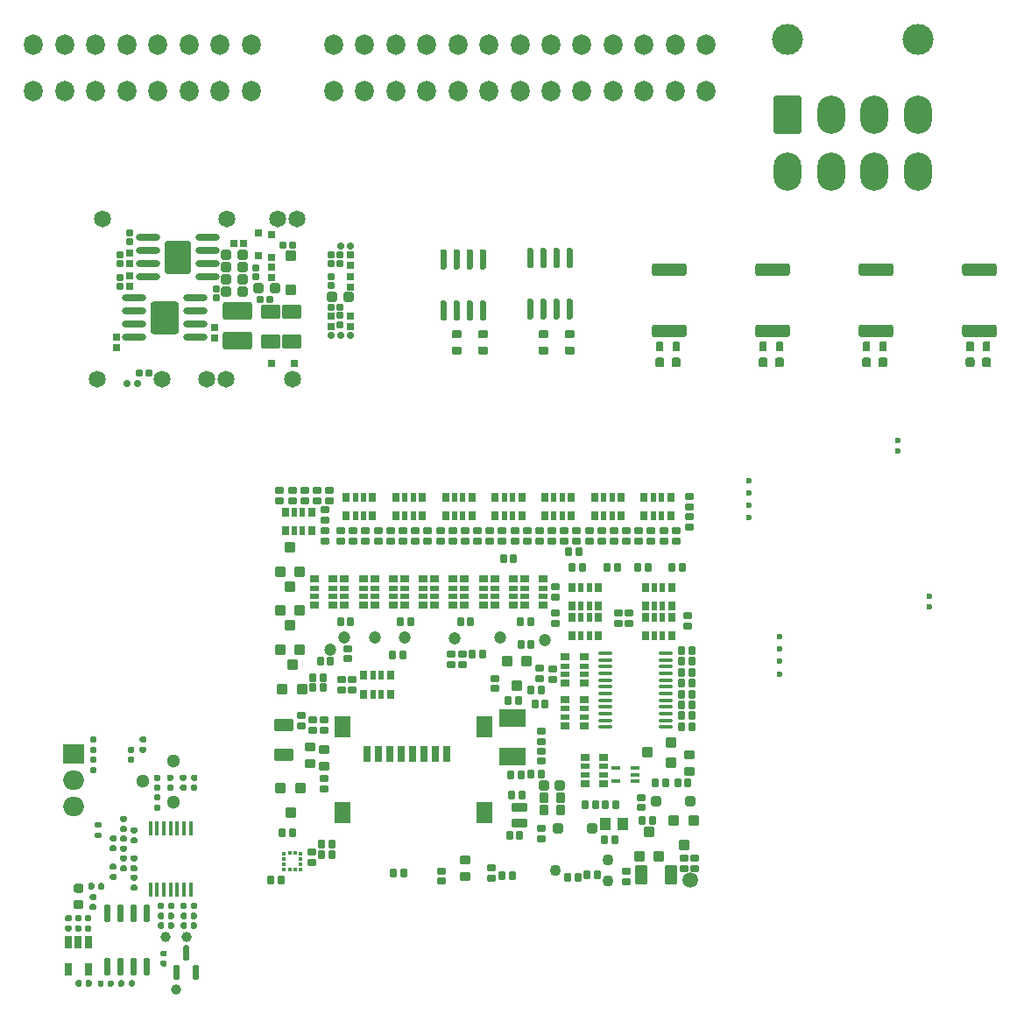
<source format=gbs>
G75*
G70*
%OFA0B0*%
%FSLAX25Y25*%
%IPPOS*%
%LPD*%
%AMOC8*
5,1,8,0,0,1.08239X$1,22.5*
%
%AMM164*
21,1,0.039370,0.030320,-0.000000,-0.000000,270.000000*
21,1,0.028350,0.041340,-0.000000,-0.000000,270.000000*
1,1,0.011020,-0.015160,-0.014170*
1,1,0.011020,-0.015160,0.014170*
1,1,0.011020,0.015160,0.014170*
1,1,0.011020,0.015160,-0.014170*
%
%AMM170*
21,1,0.031500,0.018900,-0.000000,-0.000000,0.000000*
21,1,0.022840,0.027560,-0.000000,-0.000000,0.000000*
1,1,0.008660,0.011420,-0.009450*
1,1,0.008660,-0.011420,-0.009450*
1,1,0.008660,-0.011420,0.009450*
1,1,0.008660,0.011420,0.009450*
%
%AMM173*
21,1,0.029530,0.026380,-0.000000,-0.000000,270.000000*
21,1,0.020470,0.035430,-0.000000,-0.000000,270.000000*
1,1,0.009060,-0.013190,-0.010240*
1,1,0.009060,-0.013190,0.010240*
1,1,0.009060,0.013190,0.010240*
1,1,0.009060,0.013190,-0.010240*
%
%AMM174*
21,1,0.021650,0.027950,-0.000000,-0.000000,270.000000*
21,1,0.014170,0.035430,-0.000000,-0.000000,270.000000*
1,1,0.007480,-0.013980,-0.007090*
1,1,0.007480,-0.013980,0.007090*
1,1,0.007480,0.013980,0.007090*
1,1,0.007480,0.013980,-0.007090*
%
%AMM176*
21,1,0.016540,0.028980,-0.000000,-0.000000,270.000000*
21,1,0.010080,0.035430,-0.000000,-0.000000,270.000000*
1,1,0.006460,-0.014490,-0.005040*
1,1,0.006460,-0.014490,0.005040*
1,1,0.006460,0.014490,0.005040*
1,1,0.006460,0.014490,-0.005040*
%
%AMM179*
21,1,0.031500,0.018900,-0.000000,-0.000000,270.000000*
21,1,0.022840,0.027560,-0.000000,-0.000000,270.000000*
1,1,0.008660,-0.009450,-0.011420*
1,1,0.008660,-0.009450,0.011420*
1,1,0.008660,0.009450,0.011420*
1,1,0.008660,0.009450,-0.011420*
%
%AMM192*
21,1,0.037400,0.026770,-0.000000,-0.000000,0.000000*
21,1,0.026770,0.037400,-0.000000,-0.000000,0.000000*
1,1,0.010630,0.013390,-0.013390*
1,1,0.010630,-0.013390,-0.013390*
1,1,0.010630,-0.013390,0.013390*
1,1,0.010630,0.013390,0.013390*
%
%AMM193*
21,1,0.039370,0.030320,-0.000000,-0.000000,0.000000*
21,1,0.028350,0.041340,-0.000000,-0.000000,0.000000*
1,1,0.011020,0.014170,-0.015160*
1,1,0.011020,-0.014170,-0.015160*
1,1,0.011020,-0.014170,0.015160*
1,1,0.011020,0.014170,0.015160*
%
%AMM194*
21,1,0.039760,0.026770,-0.000000,-0.000000,180.000000*
21,1,0.029130,0.037400,-0.000000,-0.000000,180.000000*
1,1,0.010630,-0.014570,0.013390*
1,1,0.010630,0.014570,0.013390*
1,1,0.010630,0.014570,-0.013390*
1,1,0.010630,-0.014570,-0.013390*
%
%AMM195*
21,1,0.074800,0.036220,-0.000000,-0.000000,180.000000*
21,1,0.061810,0.049210,-0.000000,-0.000000,180.000000*
1,1,0.012990,-0.030910,0.018110*
1,1,0.012990,0.030910,0.018110*
1,1,0.012990,0.030910,-0.018110*
1,1,0.012990,-0.030910,-0.018110*
%
%AMM196*
21,1,0.062990,0.020470,-0.000000,-0.000000,270.000000*
21,1,0.053940,0.029530,-0.000000,-0.000000,270.000000*
1,1,0.009060,-0.010240,-0.026970*
1,1,0.009060,-0.010240,0.026970*
1,1,0.009060,0.010240,0.026970*
1,1,0.009060,0.010240,-0.026970*
%
%AMM197*
21,1,0.082680,0.045670,-0.000000,-0.000000,270.000000*
21,1,0.067320,0.061020,-0.000000,-0.000000,270.000000*
1,1,0.015350,-0.022840,-0.033660*
1,1,0.015350,-0.022840,0.033660*
1,1,0.015350,0.022840,0.033660*
1,1,0.015350,0.022840,-0.033660*
%
%AMM198*
21,1,0.029530,0.026380,-0.000000,-0.000000,180.000000*
21,1,0.020470,0.035430,-0.000000,-0.000000,180.000000*
1,1,0.009060,-0.010240,0.013190*
1,1,0.009060,0.010240,0.013190*
1,1,0.009060,0.010240,-0.013190*
1,1,0.009060,-0.010240,-0.013190*
%
%AMM199*
21,1,0.021650,0.027950,-0.000000,-0.000000,180.000000*
21,1,0.014170,0.035430,-0.000000,-0.000000,180.000000*
1,1,0.007480,-0.007090,0.013980*
1,1,0.007480,0.007090,0.013980*
1,1,0.007480,0.007090,-0.013980*
1,1,0.007480,-0.007090,-0.013980*
%
%AMM200*
21,1,0.031500,0.030710,-0.000000,-0.000000,270.000000*
21,1,0.022050,0.040160,-0.000000,-0.000000,270.000000*
1,1,0.009450,-0.015350,-0.011020*
1,1,0.009450,-0.015350,0.011020*
1,1,0.009450,0.015350,0.011020*
1,1,0.009450,0.015350,-0.011020*
%
%AMM201*
21,1,0.031500,0.049610,-0.000000,-0.000000,90.000000*
21,1,0.022050,0.059060,-0.000000,-0.000000,90.000000*
1,1,0.009450,0.024800,0.011020*
1,1,0.009450,0.024800,-0.011020*
1,1,0.009450,-0.024800,-0.011020*
1,1,0.009450,-0.024800,0.011020*
%
%AMM202*
21,1,0.031500,0.030710,-0.000000,-0.000000,180.000000*
21,1,0.022050,0.040160,-0.000000,-0.000000,180.000000*
1,1,0.009450,-0.011020,0.015350*
1,1,0.009450,0.011020,0.015350*
1,1,0.009450,0.011020,-0.015350*
1,1,0.009450,-0.011020,-0.015350*
%
%AMM203*
21,1,0.074800,0.036220,-0.000000,-0.000000,270.000000*
21,1,0.061810,0.049210,-0.000000,-0.000000,270.000000*
1,1,0.012990,-0.018110,-0.030910*
1,1,0.012990,-0.018110,0.030910*
1,1,0.012990,0.018110,0.030910*
1,1,0.012990,0.018110,-0.030910*
%
%AMM230*
21,1,0.029130,0.018900,0.000000,-0.000000,90.000000*
21,1,0.018900,0.029130,0.000000,-0.000000,90.000000*
1,1,0.010240,0.009450,0.009450*
1,1,0.010240,0.009450,-0.009450*
1,1,0.010240,-0.009450,-0.009450*
1,1,0.010240,-0.009450,0.009450*
%
%AMM231*
21,1,0.025200,0.019680,0.000000,-0.000000,180.000000*
21,1,0.015750,0.029130,0.000000,-0.000000,180.000000*
1,1,0.009450,-0.007870,0.009840*
1,1,0.009450,0.007870,0.009840*
1,1,0.009450,0.007870,-0.009840*
1,1,0.009450,-0.007870,-0.009840*
%
%AMM232*
21,1,0.038980,0.026770,0.000000,-0.000000,180.000000*
21,1,0.026770,0.038980,0.000000,-0.000000,180.000000*
1,1,0.012210,-0.013390,0.013390*
1,1,0.012210,0.013390,0.013390*
1,1,0.012210,0.013390,-0.013390*
1,1,0.012210,-0.013390,-0.013390*
%
%AMM233*
21,1,0.025200,0.019680,0.000000,-0.000000,270.000000*
21,1,0.015750,0.029130,0.000000,-0.000000,270.000000*
1,1,0.009450,-0.009840,-0.007870*
1,1,0.009450,-0.009840,0.007870*
1,1,0.009450,0.009840,0.007870*
1,1,0.009450,0.009840,-0.007870*
%
%AMM299*
21,1,0.041340,0.026770,0.000000,-0.000000,270.000000*
21,1,0.029130,0.038980,0.000000,-0.000000,270.000000*
1,1,0.012210,-0.013390,-0.014570*
1,1,0.012210,-0.013390,0.014570*
1,1,0.012210,0.013390,0.014570*
1,1,0.012210,0.013390,-0.014570*
%
%AMM300*
21,1,0.076380,0.036220,0.000000,-0.000000,0.000000*
21,1,0.061810,0.050790,0.000000,-0.000000,0.000000*
1,1,0.014570,0.030910,-0.018110*
1,1,0.014570,-0.030910,-0.018110*
1,1,0.014570,-0.030910,0.018110*
1,1,0.014570,0.030910,0.018110*
%
%AMM303*
21,1,0.029130,0.018900,0.000000,-0.000000,0.000000*
21,1,0.018900,0.029130,0.000000,-0.000000,0.000000*
1,1,0.010240,0.009450,-0.009450*
1,1,0.010240,-0.009450,-0.009450*
1,1,0.010240,-0.009450,0.009450*
1,1,0.010240,0.009450,0.009450*
%
%AMM308*
21,1,0.029130,0.018900,0.000000,-0.000000,270.000000*
21,1,0.018900,0.029130,0.000000,-0.000000,270.000000*
1,1,0.010240,-0.009450,-0.009450*
1,1,0.010240,-0.009450,0.009450*
1,1,0.010240,0.009450,0.009450*
1,1,0.010240,0.009450,-0.009450*
%
%AMM309*
21,1,0.111810,0.050390,0.000000,-0.000000,0.000000*
21,1,0.093700,0.068500,0.000000,-0.000000,0.000000*
1,1,0.018110,0.046850,-0.025200*
1,1,0.018110,-0.046850,-0.025200*
1,1,0.018110,-0.046850,0.025200*
1,1,0.018110,0.046850,0.025200*
%
%AMM310*
21,1,0.127560,0.075590,0.000000,-0.000000,90.000000*
21,1,0.103150,0.100000,0.000000,-0.000000,90.000000*
1,1,0.024410,0.037800,0.051580*
1,1,0.024410,0.037800,-0.051580*
1,1,0.024410,-0.037800,-0.051580*
1,1,0.024410,-0.037800,0.051580*
%
%AMM311*
21,1,0.123620,0.083460,0.000000,-0.000000,270.000000*
21,1,0.097240,0.109840,0.000000,-0.000000,270.000000*
1,1,0.026380,-0.041730,-0.048620*
1,1,0.026380,-0.041730,0.048620*
1,1,0.026380,0.041730,0.048620*
1,1,0.026380,0.041730,-0.048620*
%
%ADD10O,0.07087X0.07874*%
%ADD11C,0.02362*%
%ADD122C,0.04294*%
%ADD123C,0.04724*%
%ADD148R,0.04331X0.04724*%
%ADD152R,0.09843X0.07087*%
%ADD159O,0.05354X0.01378*%
%ADD160R,0.01378X0.01772*%
%ADD161R,0.01772X0.01378*%
%ADD168C,0.02913*%
%ADD179C,0.05118*%
%ADD222C,0.06457*%
%ADD25C,0.05906*%
%ADD329M164*%
%ADD335M170*%
%ADD338M173*%
%ADD339M174*%
%ADD341M176*%
%ADD344M179*%
%ADD357M192*%
%ADD358M193*%
%ADD359M194*%
%ADD36C,0.11811*%
%ADD360M195*%
%ADD361M196*%
%ADD362M197*%
%ADD363M198*%
%ADD364M199*%
%ADD365M200*%
%ADD366M201*%
%ADD367M202*%
%ADD368M203*%
%ADD395M230*%
%ADD396M231*%
%ADD397M232*%
%ADD398M233*%
%ADD401R,0.07874X0.07500*%
%ADD402O,0.07874X0.07500*%
%ADD404R,0.01772X0.05709*%
%ADD405R,0.02559X0.04803*%
%ADD431O,0.09213X0.02520*%
%ADD44O,0.10630X0.14567*%
%ADD474M299*%
%ADD475M300*%
%ADD478M303*%
%ADD483M308*%
%ADD484M309*%
%ADD485M310*%
%ADD486M311*%
%ADD94C,0.03900*%
X0000000Y0000000D02*
%LPD*%
G01*
D10*
X0012945Y0362701D03*
X0024756Y0362701D03*
X0036567Y0362701D03*
X0048378Y0362701D03*
X0060189Y0362701D03*
X0072000Y0362701D03*
X0083811Y0362701D03*
X0095622Y0362701D03*
X0127118Y0362701D03*
X0138929Y0362701D03*
X0150740Y0362701D03*
X0162551Y0362701D03*
X0174362Y0362701D03*
X0186173Y0362701D03*
X0197984Y0362701D03*
X0209795Y0362701D03*
X0221606Y0362701D03*
X0233417Y0362701D03*
X0245228Y0362701D03*
X0257039Y0362701D03*
X0268850Y0362701D03*
X0268850Y0380417D03*
X0257039Y0380417D03*
X0245228Y0380417D03*
X0233417Y0380417D03*
X0221606Y0380417D03*
X0209795Y0380417D03*
X0197984Y0380417D03*
X0186173Y0380417D03*
X0174362Y0380417D03*
X0162551Y0380417D03*
X0150740Y0380417D03*
X0138929Y0380417D03*
X0127118Y0380417D03*
X0095622Y0380417D03*
X0083811Y0380417D03*
X0072000Y0380417D03*
X0060189Y0380417D03*
X0048378Y0380417D03*
X0036567Y0380417D03*
X0024756Y0380417D03*
X0012945Y0380417D03*
D11*
X0133488Y0269575D03*
X0129748Y0269575D03*
X0126008Y0269575D03*
X0129945Y0303827D03*
X0133488Y0303827D03*
D25*
X0111425Y0253118D03*
X0086228Y0253118D03*
X0078748Y0253118D03*
X0061819Y0253118D03*
D11*
X0052370Y0251346D03*
X0048433Y0251346D03*
D25*
X0037213Y0253118D03*
X0113197Y0314142D03*
X0105913Y0314142D03*
X0086425Y0314142D03*
X0038984Y0314142D03*
D36*
X0299780Y0382441D03*
X0349386Y0382441D03*
G36*
G01*
X0294465Y0347402D02*
X0294465Y0360000D01*
G75*
G02*
X0295449Y0360984I0000984J0000000D01*
G01*
X0304110Y0360984D01*
G75*
G02*
X0305094Y0360000I0000000J-000984D01*
G01*
X0305094Y0347402D01*
G75*
G02*
X0304110Y0346417I-000984J0000000D01*
G01*
X0295449Y0346417D01*
G75*
G02*
X0294465Y0347402I0000000J0000984D01*
G01*
G37*
D44*
X0316315Y0353701D03*
X0332850Y0353701D03*
X0349386Y0353701D03*
X0299780Y0332047D03*
X0316315Y0332047D03*
X0332850Y0332047D03*
X0349386Y0332047D03*
D11*
X0296850Y0150335D03*
X0296850Y0155059D03*
X0296850Y0145610D03*
X0296850Y0140886D03*
X0353642Y0166319D03*
X0353642Y0170256D03*
X0285059Y0209780D03*
X0285059Y0214504D03*
X0285059Y0205055D03*
X0285059Y0200331D03*
X0341850Y0225764D03*
X0341850Y0229701D03*
G36*
G01*
X0289148Y0263898D02*
X0289148Y0266969D01*
G75*
G02*
X0289423Y0267244I0000276J0000000D01*
G01*
X0291628Y0267244D01*
G75*
G02*
X0291904Y0266969I0000000J-000276D01*
G01*
X0291904Y0263898D01*
G75*
G02*
X0291628Y0263622I-000276J0000000D01*
G01*
X0289423Y0263622D01*
G75*
G02*
X0289148Y0263898I0000000J0000276D01*
G01*
G37*
G36*
G01*
X0295447Y0263898D02*
X0295447Y0266969D01*
G75*
G02*
X0295722Y0267244I0000276J0000000D01*
G01*
X0297927Y0267244D01*
G75*
G02*
X0298203Y0266969I0000000J-000276D01*
G01*
X0298203Y0263898D01*
G75*
G02*
X0297927Y0263622I-000276J0000000D01*
G01*
X0295722Y0263622D01*
G75*
G02*
X0295447Y0263898I0000000J0000276D01*
G01*
G37*
G36*
G01*
X0378461Y0269002D02*
X0367240Y0269002D01*
G75*
G02*
X0366256Y0269986I0000000J0000984D01*
G01*
X0366256Y0272841D01*
G75*
G02*
X0367240Y0273825I0000984J0000000D01*
G01*
X0378461Y0273825D01*
G75*
G02*
X0379445Y0272841I0000000J-000984D01*
G01*
X0379445Y0269986D01*
G75*
G02*
X0378461Y0269002I-000984J0000000D01*
G01*
G37*
G36*
G01*
X0378461Y0292329D02*
X0367240Y0292329D01*
G75*
G02*
X0366256Y0293313I0000000J0000984D01*
G01*
X0366256Y0296167D01*
G75*
G02*
X0367240Y0297152I0000984J0000000D01*
G01*
X0378461Y0297152D01*
G75*
G02*
X0379445Y0296167I0000000J-000984D01*
G01*
X0379445Y0293313D01*
G75*
G02*
X0378461Y0292329I-000984J0000000D01*
G01*
G37*
G36*
G01*
X0337819Y0260442D02*
X0337819Y0258424D01*
G75*
G02*
X0336958Y0257563I-000861J0000000D01*
G01*
X0335235Y0257563D01*
G75*
G02*
X0334374Y0258424I0000000J0000861D01*
G01*
X0334374Y0260442D01*
G75*
G02*
X0335235Y0261303I0000861J0000000D01*
G01*
X0336958Y0261303D01*
G75*
G02*
X0337819Y0260442I0000000J-000861D01*
G01*
G37*
G36*
G01*
X0331618Y0260442D02*
X0331618Y0258424D01*
G75*
G02*
X0330757Y0257563I-000861J0000000D01*
G01*
X0329034Y0257563D01*
G75*
G02*
X0328173Y0258424I0000000J0000861D01*
G01*
X0328173Y0260442D01*
G75*
G02*
X0329034Y0261303I0000861J0000000D01*
G01*
X0330757Y0261303D01*
G75*
G02*
X0331618Y0260442I0000000J-000861D01*
G01*
G37*
G36*
G01*
X0299720Y0269002D02*
X0288500Y0269002D01*
G75*
G02*
X0287516Y0269986I0000000J0000984D01*
G01*
X0287516Y0272841D01*
G75*
G02*
X0288500Y0273825I0000984J0000000D01*
G01*
X0299720Y0273825D01*
G75*
G02*
X0300705Y0272841I0000000J-000984D01*
G01*
X0300705Y0269986D01*
G75*
G02*
X0299720Y0269002I-000984J0000000D01*
G01*
G37*
G36*
G01*
X0299720Y0292329D02*
X0288500Y0292329D01*
G75*
G02*
X0287516Y0293313I0000000J0000984D01*
G01*
X0287516Y0296167D01*
G75*
G02*
X0288500Y0297152I0000984J0000000D01*
G01*
X0299720Y0297152D01*
G75*
G02*
X0300705Y0296167I0000000J-000984D01*
G01*
X0300705Y0293313D01*
G75*
G02*
X0299720Y0292329I-000984J0000000D01*
G01*
G37*
G36*
G01*
X0175386Y0262535D02*
X0172315Y0262535D01*
G75*
G02*
X0172039Y0262811I0000000J0000276D01*
G01*
X0172039Y0265016D01*
G75*
G02*
X0172315Y0265291I0000276J0000000D01*
G01*
X0175386Y0265291D01*
G75*
G02*
X0175661Y0265016I0000000J-000276D01*
G01*
X0175661Y0262811D01*
G75*
G02*
X0175386Y0262535I-000276J0000000D01*
G01*
G37*
G36*
G01*
X0175386Y0268835D02*
X0172315Y0268835D01*
G75*
G02*
X0172039Y0269110I0000000J0000276D01*
G01*
X0172039Y0271315D01*
G75*
G02*
X0172315Y0271591I0000276J0000000D01*
G01*
X0175386Y0271591D01*
G75*
G02*
X0175661Y0271315I0000000J-000276D01*
G01*
X0175661Y0269110D01*
G75*
G02*
X0175386Y0268835I-000276J0000000D01*
G01*
G37*
G36*
G01*
X0208386Y0262535D02*
X0205315Y0262535D01*
G75*
G02*
X0205039Y0262811I0000000J0000276D01*
G01*
X0205039Y0265016D01*
G75*
G02*
X0205315Y0265291I0000276J0000000D01*
G01*
X0208386Y0265291D01*
G75*
G02*
X0208661Y0265016I0000000J-000276D01*
G01*
X0208661Y0262811D01*
G75*
G02*
X0208386Y0262535I-000276J0000000D01*
G01*
G37*
G36*
G01*
X0208386Y0268835D02*
X0205315Y0268835D01*
G75*
G02*
X0205039Y0269110I0000000J0000276D01*
G01*
X0205039Y0271315D01*
G75*
G02*
X0205315Y0271591I0000276J0000000D01*
G01*
X0208386Y0271591D01*
G75*
G02*
X0208661Y0271315I0000000J-000276D01*
G01*
X0208661Y0269110D01*
G75*
G02*
X0208386Y0268835I-000276J0000000D01*
G01*
G37*
G36*
G01*
X0260350Y0269002D02*
X0249130Y0269002D01*
G75*
G02*
X0248146Y0269986I0000000J0000984D01*
G01*
X0248146Y0272841D01*
G75*
G02*
X0249130Y0273825I0000984J0000000D01*
G01*
X0260350Y0273825D01*
G75*
G02*
X0261335Y0272841I0000000J-000984D01*
G01*
X0261335Y0269986D01*
G75*
G02*
X0260350Y0269002I-000984J0000000D01*
G01*
G37*
G36*
G01*
X0260350Y0292329D02*
X0249130Y0292329D01*
G75*
G02*
X0248146Y0293313I0000000J0000984D01*
G01*
X0248146Y0296167D01*
G75*
G02*
X0249130Y0297152I0000984J0000000D01*
G01*
X0260350Y0297152D01*
G75*
G02*
X0261335Y0296167I0000000J-000984D01*
G01*
X0261335Y0293313D01*
G75*
G02*
X0260350Y0292329I-000984J0000000D01*
G01*
G37*
G36*
G01*
X0218386Y0262535D02*
X0215315Y0262535D01*
G75*
G02*
X0215039Y0262811I0000000J0000276D01*
G01*
X0215039Y0265016D01*
G75*
G02*
X0215315Y0265291I0000276J0000000D01*
G01*
X0218386Y0265291D01*
G75*
G02*
X0218661Y0265016I0000000J-000276D01*
G01*
X0218661Y0262811D01*
G75*
G02*
X0218386Y0262535I-000276J0000000D01*
G01*
G37*
G36*
G01*
X0218386Y0268835D02*
X0215315Y0268835D01*
G75*
G02*
X0215039Y0269110I0000000J0000276D01*
G01*
X0215039Y0271315D01*
G75*
G02*
X0215315Y0271591I0000276J0000000D01*
G01*
X0218386Y0271591D01*
G75*
G02*
X0218661Y0271315I0000000J-000276D01*
G01*
X0218661Y0269110D01*
G75*
G02*
X0218386Y0268835I-000276J0000000D01*
G01*
G37*
G36*
G01*
X0185386Y0262535D02*
X0182315Y0262535D01*
G75*
G02*
X0182039Y0262811I0000000J0000276D01*
G01*
X0182039Y0265016D01*
G75*
G02*
X0182315Y0265291I0000276J0000000D01*
G01*
X0185386Y0265291D01*
G75*
G02*
X0185661Y0265016I0000000J-000276D01*
G01*
X0185661Y0262811D01*
G75*
G02*
X0185386Y0262535I-000276J0000000D01*
G01*
G37*
G36*
G01*
X0185386Y0268835D02*
X0182315Y0268835D01*
G75*
G02*
X0182039Y0269110I0000000J0000276D01*
G01*
X0182039Y0271315D01*
G75*
G02*
X0182315Y0271591I0000276J0000000D01*
G01*
X0185386Y0271591D01*
G75*
G02*
X0185661Y0271315I0000000J-000276D01*
G01*
X0185661Y0269110D01*
G75*
G02*
X0185386Y0268835I-000276J0000000D01*
G01*
G37*
G36*
G01*
X0249778Y0263898D02*
X0249778Y0266969D01*
G75*
G02*
X0250053Y0267244I0000276J0000000D01*
G01*
X0252258Y0267244D01*
G75*
G02*
X0252533Y0266969I0000000J-000276D01*
G01*
X0252533Y0263898D01*
G75*
G02*
X0252258Y0263622I-000276J0000000D01*
G01*
X0250053Y0263622D01*
G75*
G02*
X0249778Y0263898I0000000J0000276D01*
G01*
G37*
G36*
G01*
X0256077Y0263898D02*
X0256077Y0266969D01*
G75*
G02*
X0256352Y0267244I0000276J0000000D01*
G01*
X0258557Y0267244D01*
G75*
G02*
X0258833Y0266969I0000000J-000276D01*
G01*
X0258833Y0263898D01*
G75*
G02*
X0258557Y0263622I-000276J0000000D01*
G01*
X0256352Y0263622D01*
G75*
G02*
X0256077Y0263898I0000000J0000276D01*
G01*
G37*
G36*
G01*
X0184441Y0275374D02*
X0183260Y0275374D01*
G75*
G02*
X0182669Y0275965I0000000J0000591D01*
G01*
X0182669Y0282461D01*
G75*
G02*
X0183260Y0283051I0000591J0000000D01*
G01*
X0184441Y0283051D01*
G75*
G02*
X0185031Y0282461I0000000J-000591D01*
G01*
X0185031Y0275965D01*
G75*
G02*
X0184441Y0275374I-000591J0000000D01*
G01*
G37*
G36*
G01*
X0179441Y0275374D02*
X0178260Y0275374D01*
G75*
G02*
X0177669Y0275965I0000000J0000591D01*
G01*
X0177669Y0282461D01*
G75*
G02*
X0178260Y0283051I0000591J0000000D01*
G01*
X0179441Y0283051D01*
G75*
G02*
X0180031Y0282461I0000000J-000591D01*
G01*
X0180031Y0275965D01*
G75*
G02*
X0179441Y0275374I-000591J0000000D01*
G01*
G37*
G36*
G01*
X0174441Y0275374D02*
X0173260Y0275374D01*
G75*
G02*
X0172669Y0275965I0000000J0000591D01*
G01*
X0172669Y0282461D01*
G75*
G02*
X0173260Y0283051I0000591J0000000D01*
G01*
X0174441Y0283051D01*
G75*
G02*
X0175031Y0282461I0000000J-000591D01*
G01*
X0175031Y0275965D01*
G75*
G02*
X0174441Y0275374I-000591J0000000D01*
G01*
G37*
G36*
G01*
X0169441Y0275374D02*
X0168260Y0275374D01*
G75*
G02*
X0167669Y0275965I0000000J0000591D01*
G01*
X0167669Y0282461D01*
G75*
G02*
X0168260Y0283051I0000591J0000000D01*
G01*
X0169441Y0283051D01*
G75*
G02*
X0170031Y0282461I0000000J-000591D01*
G01*
X0170031Y0275965D01*
G75*
G02*
X0169441Y0275374I-000591J0000000D01*
G01*
G37*
G36*
G01*
X0169441Y0294862D02*
X0168260Y0294862D01*
G75*
G02*
X0167669Y0295453I0000000J0000591D01*
G01*
X0167669Y0301949D01*
G75*
G02*
X0168260Y0302539I0000591J0000000D01*
G01*
X0169441Y0302539D01*
G75*
G02*
X0170031Y0301949I0000000J-000591D01*
G01*
X0170031Y0295453D01*
G75*
G02*
X0169441Y0294862I-000591J0000000D01*
G01*
G37*
G36*
G01*
X0174441Y0294862D02*
X0173260Y0294862D01*
G75*
G02*
X0172669Y0295453I0000000J0000591D01*
G01*
X0172669Y0301949D01*
G75*
G02*
X0173260Y0302539I0000591J0000000D01*
G01*
X0174441Y0302539D01*
G75*
G02*
X0175031Y0301949I0000000J-000591D01*
G01*
X0175031Y0295453D01*
G75*
G02*
X0174441Y0294862I-000591J0000000D01*
G01*
G37*
G36*
G01*
X0179441Y0294862D02*
X0178260Y0294862D01*
G75*
G02*
X0177669Y0295453I0000000J0000591D01*
G01*
X0177669Y0301949D01*
G75*
G02*
X0178260Y0302539I0000591J0000000D01*
G01*
X0179441Y0302539D01*
G75*
G02*
X0180031Y0301949I0000000J-000591D01*
G01*
X0180031Y0295453D01*
G75*
G02*
X0179441Y0294862I-000591J0000000D01*
G01*
G37*
G36*
G01*
X0184441Y0294862D02*
X0183260Y0294862D01*
G75*
G02*
X0182669Y0295453I0000000J0000591D01*
G01*
X0182669Y0301949D01*
G75*
G02*
X0183260Y0302539I0000591J0000000D01*
G01*
X0184441Y0302539D01*
G75*
G02*
X0185031Y0301949I0000000J-000591D01*
G01*
X0185031Y0295453D01*
G75*
G02*
X0184441Y0294862I-000591J0000000D01*
G01*
G37*
G36*
G01*
X0328518Y0263898D02*
X0328518Y0266969D01*
G75*
G02*
X0328793Y0267244I0000276J0000000D01*
G01*
X0330998Y0267244D01*
G75*
G02*
X0331274Y0266969I0000000J-000276D01*
G01*
X0331274Y0263898D01*
G75*
G02*
X0330998Y0263622I-000276J0000000D01*
G01*
X0328793Y0263622D01*
G75*
G02*
X0328518Y0263898I0000000J0000276D01*
G01*
G37*
G36*
G01*
X0334817Y0263898D02*
X0334817Y0266969D01*
G75*
G02*
X0335093Y0267244I0000276J0000000D01*
G01*
X0337297Y0267244D01*
G75*
G02*
X0337573Y0266969I0000000J-000276D01*
G01*
X0337573Y0263898D01*
G75*
G02*
X0337297Y0263622I-000276J0000000D01*
G01*
X0335093Y0263622D01*
G75*
G02*
X0334817Y0263898I0000000J0000276D01*
G01*
G37*
G36*
G01*
X0367888Y0263898D02*
X0367888Y0266969D01*
G75*
G02*
X0368163Y0267244I0000276J0000000D01*
G01*
X0370368Y0267244D01*
G75*
G02*
X0370644Y0266969I0000000J-000276D01*
G01*
X0370644Y0263898D01*
G75*
G02*
X0370368Y0263622I-000276J0000000D01*
G01*
X0368163Y0263622D01*
G75*
G02*
X0367888Y0263898I0000000J0000276D01*
G01*
G37*
G36*
G01*
X0374187Y0263898D02*
X0374187Y0266969D01*
G75*
G02*
X0374463Y0267244I0000276J0000000D01*
G01*
X0376667Y0267244D01*
G75*
G02*
X0376943Y0266969I0000000J-000276D01*
G01*
X0376943Y0263898D01*
G75*
G02*
X0376667Y0263622I-000276J0000000D01*
G01*
X0374463Y0263622D01*
G75*
G02*
X0374187Y0263898I0000000J0000276D01*
G01*
G37*
G36*
G01*
X0377189Y0260442D02*
X0377189Y0258424D01*
G75*
G02*
X0376328Y0257563I-000861J0000000D01*
G01*
X0374605Y0257563D01*
G75*
G02*
X0373744Y0258424I0000000J0000861D01*
G01*
X0373744Y0260442D01*
G75*
G02*
X0374605Y0261303I0000861J0000000D01*
G01*
X0376328Y0261303D01*
G75*
G02*
X0377189Y0260442I0000000J-000861D01*
G01*
G37*
G36*
G01*
X0370988Y0260442D02*
X0370988Y0258424D01*
G75*
G02*
X0370127Y0257563I-000861J0000000D01*
G01*
X0368405Y0257563D01*
G75*
G02*
X0367543Y0258424I0000000J0000861D01*
G01*
X0367543Y0260442D01*
G75*
G02*
X0368405Y0261303I0000861J0000000D01*
G01*
X0370127Y0261303D01*
G75*
G02*
X0370988Y0260442I0000000J-000861D01*
G01*
G37*
G36*
G01*
X0339091Y0269002D02*
X0327870Y0269002D01*
G75*
G02*
X0326886Y0269986I0000000J0000984D01*
G01*
X0326886Y0272841D01*
G75*
G02*
X0327870Y0273825I0000984J0000000D01*
G01*
X0339091Y0273825D01*
G75*
G02*
X0340075Y0272841I0000000J-000984D01*
G01*
X0340075Y0269986D01*
G75*
G02*
X0339091Y0269002I-000984J0000000D01*
G01*
G37*
G36*
G01*
X0339091Y0292329D02*
X0327870Y0292329D01*
G75*
G02*
X0326886Y0293313I0000000J0000984D01*
G01*
X0326886Y0296167D01*
G75*
G02*
X0327870Y0297152I0000984J0000000D01*
G01*
X0339091Y0297152D01*
G75*
G02*
X0340075Y0296167I0000000J-000984D01*
G01*
X0340075Y0293313D01*
G75*
G02*
X0339091Y0292329I-000984J0000000D01*
G01*
G37*
G36*
G01*
X0259079Y0260442D02*
X0259079Y0258424D01*
G75*
G02*
X0258218Y0257563I-000861J0000000D01*
G01*
X0256495Y0257563D01*
G75*
G02*
X0255634Y0258424I0000000J0000861D01*
G01*
X0255634Y0260442D01*
G75*
G02*
X0256495Y0261303I0000861J0000000D01*
G01*
X0258218Y0261303D01*
G75*
G02*
X0259079Y0260442I0000000J-000861D01*
G01*
G37*
G36*
G01*
X0252878Y0260442D02*
X0252878Y0258424D01*
G75*
G02*
X0252017Y0257563I-000861J0000000D01*
G01*
X0250294Y0257563D01*
G75*
G02*
X0249433Y0258424I0000000J0000861D01*
G01*
X0249433Y0260442D01*
G75*
G02*
X0250294Y0261303I0000861J0000000D01*
G01*
X0252017Y0261303D01*
G75*
G02*
X0252878Y0260442I0000000J-000861D01*
G01*
G37*
G36*
G01*
X0298449Y0260442D02*
X0298449Y0258424D01*
G75*
G02*
X0297588Y0257563I-000861J0000000D01*
G01*
X0295865Y0257563D01*
G75*
G02*
X0295004Y0258424I0000000J0000861D01*
G01*
X0295004Y0260442D01*
G75*
G02*
X0295865Y0261303I0000861J0000000D01*
G01*
X0297588Y0261303D01*
G75*
G02*
X0298449Y0260442I0000000J-000861D01*
G01*
G37*
G36*
G01*
X0292248Y0260442D02*
X0292248Y0258424D01*
G75*
G02*
X0291387Y0257563I-000861J0000000D01*
G01*
X0289664Y0257563D01*
G75*
G02*
X0288803Y0258424I0000000J0000861D01*
G01*
X0288803Y0260442D01*
G75*
G02*
X0289664Y0261303I0000861J0000000D01*
G01*
X0291387Y0261303D01*
G75*
G02*
X0292248Y0260442I0000000J-000861D01*
G01*
G37*
G36*
G01*
X0217441Y0275886D02*
X0216260Y0275886D01*
G75*
G02*
X0215669Y0276476I0000000J0000591D01*
G01*
X0215669Y0282972D01*
G75*
G02*
X0216260Y0283563I0000591J0000000D01*
G01*
X0217441Y0283563D01*
G75*
G02*
X0218031Y0282972I0000000J-000591D01*
G01*
X0218031Y0276476D01*
G75*
G02*
X0217441Y0275886I-000591J0000000D01*
G01*
G37*
G36*
G01*
X0212441Y0275886D02*
X0211260Y0275886D01*
G75*
G02*
X0210669Y0276476I0000000J0000591D01*
G01*
X0210669Y0282972D01*
G75*
G02*
X0211260Y0283563I0000591J0000000D01*
G01*
X0212441Y0283563D01*
G75*
G02*
X0213031Y0282972I0000000J-000591D01*
G01*
X0213031Y0276476D01*
G75*
G02*
X0212441Y0275886I-000591J0000000D01*
G01*
G37*
G36*
G01*
X0207441Y0275886D02*
X0206260Y0275886D01*
G75*
G02*
X0205669Y0276476I0000000J0000591D01*
G01*
X0205669Y0282972D01*
G75*
G02*
X0206260Y0283563I0000591J0000000D01*
G01*
X0207441Y0283563D01*
G75*
G02*
X0208031Y0282972I0000000J-000591D01*
G01*
X0208031Y0276476D01*
G75*
G02*
X0207441Y0275886I-000591J0000000D01*
G01*
G37*
G36*
G01*
X0202441Y0275886D02*
X0201260Y0275886D01*
G75*
G02*
X0200669Y0276476I0000000J0000591D01*
G01*
X0200669Y0282972D01*
G75*
G02*
X0201260Y0283563I0000591J0000000D01*
G01*
X0202441Y0283563D01*
G75*
G02*
X0203031Y0282972I0000000J-000591D01*
G01*
X0203031Y0276476D01*
G75*
G02*
X0202441Y0275886I-000591J0000000D01*
G01*
G37*
G36*
G01*
X0202441Y0295374D02*
X0201260Y0295374D01*
G75*
G02*
X0200669Y0295965I0000000J0000591D01*
G01*
X0200669Y0302461D01*
G75*
G02*
X0201260Y0303051I0000591J0000000D01*
G01*
X0202441Y0303051D01*
G75*
G02*
X0203031Y0302461I0000000J-000591D01*
G01*
X0203031Y0295965D01*
G75*
G02*
X0202441Y0295374I-000591J0000000D01*
G01*
G37*
G36*
G01*
X0207441Y0295374D02*
X0206260Y0295374D01*
G75*
G02*
X0205669Y0295965I0000000J0000591D01*
G01*
X0205669Y0302461D01*
G75*
G02*
X0206260Y0303051I0000591J0000000D01*
G01*
X0207441Y0303051D01*
G75*
G02*
X0208031Y0302461I0000000J-000591D01*
G01*
X0208031Y0295965D01*
G75*
G02*
X0207441Y0295374I-000591J0000000D01*
G01*
G37*
G36*
G01*
X0212441Y0295374D02*
X0211260Y0295374D01*
G75*
G02*
X0210669Y0295965I0000000J0000591D01*
G01*
X0210669Y0302461D01*
G75*
G02*
X0211260Y0303051I0000591J0000000D01*
G01*
X0212441Y0303051D01*
G75*
G02*
X0213031Y0302461I0000000J-000591D01*
G01*
X0213031Y0295965D01*
G75*
G02*
X0212441Y0295374I-000591J0000000D01*
G01*
G37*
G36*
G01*
X0217441Y0295374D02*
X0216260Y0295374D01*
G75*
G02*
X0215669Y0295965I0000000J0000591D01*
G01*
X0215669Y0302461D01*
G75*
G02*
X0216260Y0303051I0000591J0000000D01*
G01*
X0217441Y0303051D01*
G75*
G02*
X0218031Y0302461I0000000J-000591D01*
G01*
X0218031Y0295965D01*
G75*
G02*
X0217441Y0295374I-000591J0000000D01*
G01*
G37*
X0343327Y0236945D02*
%LPD*%
G01*
D11*
X0285059Y0209780D03*
X0285059Y0214504D03*
X0285059Y0205055D03*
X0285059Y0200331D03*
X0341851Y0225764D03*
X0341851Y0229701D03*
X0267228Y0215882D02*
G01*
G75*
D329*
X0255613Y0114640D02*
D03*
X0246361Y0110900D02*
D03*
D329*
X0255613Y0107159D02*
D03*
D335*
X0119246Y0119425D02*
D03*
X0119246Y0123362D02*
D03*
X0235535Y0163914D02*
D03*
X0235535Y0159977D02*
D03*
X0114866Y0121000D02*
D03*
X0114866Y0124937D02*
D03*
X0238586Y0061748D02*
D03*
X0238586Y0065685D02*
D03*
X0205403Y0139110D02*
D03*
X0205403Y0143047D02*
D03*
X0188498Y0139182D02*
D03*
X0188498Y0135245D02*
D03*
X0210535Y0142654D02*
D03*
X0210535Y0138717D02*
D03*
X0261729Y0159066D02*
D03*
X0261729Y0163003D02*
D03*
X0244000Y0089898D02*
D03*
X0244000Y0093835D02*
D03*
X0264472Y0070803D02*
D03*
X0264472Y0066866D02*
D03*
X0132582Y0146591D02*
D03*
X0132582Y0150528D02*
D03*
X0206204Y0082024D02*
D03*
X0206204Y0078087D02*
D03*
X0175987Y0148461D02*
D03*
X0175987Y0144524D02*
D03*
X0187012Y0067161D02*
D03*
X0187012Y0063225D02*
D03*
X0134157Y0134780D02*
D03*
X0134157Y0138717D02*
D03*
X0130220Y0134780D02*
D03*
X0130220Y0138717D02*
D03*
X0260338Y0070803D02*
D03*
X0260338Y0066866D02*
D03*
X0123330Y0119425D02*
D03*
X0123330Y0123362D02*
D03*
X0123527Y0096984D02*
D03*
X0123527Y0100921D02*
D03*
X0171657Y0148461D02*
D03*
X0171657Y0144524D02*
D03*
X0168015Y0061945D02*
D03*
X0168015Y0065882D02*
D03*
X0206204Y0111551D02*
D03*
X0206204Y0107614D02*
D03*
X0206204Y0115095D02*
D03*
X0206204Y0119032D02*
D03*
X0219590Y0191473D02*
D03*
X0219590Y0195410D02*
D03*
X0214866Y0191473D02*
D03*
X0214866Y0195410D02*
D03*
X0210141Y0191473D02*
D03*
X0210141Y0195410D02*
D03*
X0205417Y0191473D02*
D03*
X0205417Y0195410D02*
D03*
X0120771Y0210764D02*
D03*
X0120771Y0206827D02*
D03*
X0116047Y0206827D02*
D03*
X0116047Y0210764D02*
D03*
X0111323Y0210764D02*
D03*
X0111323Y0206827D02*
D03*
X0106598Y0210764D02*
D03*
X0106598Y0206827D02*
D03*
X0239472Y0163914D02*
D03*
X0239472Y0159977D02*
D03*
X0211519Y0163914D02*
D03*
X0211519Y0159977D02*
D03*
X0243212Y0191473D02*
D03*
X0243212Y0195410D02*
D03*
X0247936Y0191473D02*
D03*
X0247936Y0195410D02*
D03*
X0252661Y0191473D02*
D03*
X0252661Y0195410D02*
D03*
X0257385Y0191473D02*
D03*
X0257385Y0195410D02*
D03*
X0224314Y0191473D02*
D03*
X0224314Y0195410D02*
D03*
X0229039Y0191473D02*
D03*
X0229039Y0195410D02*
D03*
X0233763Y0191473D02*
D03*
X0233763Y0195410D02*
D03*
X0238488Y0191473D02*
D03*
X0238488Y0195410D02*
D03*
X0186519Y0191473D02*
D03*
X0186519Y0195410D02*
D03*
X0191243Y0191473D02*
D03*
X0191243Y0195410D02*
D03*
X0195968Y0191473D02*
D03*
X0195968Y0195410D02*
D03*
X0200692Y0191473D02*
D03*
X0200692Y0195410D02*
D03*
X0167621Y0195410D02*
D03*
X0167621Y0191473D02*
D03*
X0172346Y0191473D02*
D03*
X0172346Y0195410D02*
D03*
X0177070Y0191473D02*
D03*
X0177070Y0195410D02*
D03*
X0181795Y0191473D02*
D03*
X0181795Y0195410D02*
D03*
X0148724Y0191473D02*
D03*
X0148724Y0195410D02*
D03*
X0153448Y0191473D02*
D03*
X0153448Y0195410D02*
D03*
X0158173Y0191473D02*
D03*
X0158173Y0195410D02*
D03*
X0162897Y0191473D02*
D03*
X0162897Y0195410D02*
D03*
X0134551Y0191473D02*
D03*
X0134551Y0195410D02*
D03*
X0139275Y0191473D02*
D03*
X0139275Y0195410D02*
D03*
X0144000Y0191473D02*
D03*
X0144000Y0195410D02*
D03*
X0262504Y0200725D02*
D03*
X0262504Y0196788D02*
D03*
X0125495Y0206827D02*
D03*
X0125495Y0210764D02*
D03*
X0211519Y0174150D02*
D03*
X0211519Y0170213D02*
D03*
X0123921Y0195410D02*
D03*
X0123921Y0191473D02*
D03*
X0262504Y0208402D02*
D03*
X0262504Y0204465D02*
D03*
X0123921Y0199347D02*
D03*
X0123921Y0203284D02*
D03*
X0118803Y0069032D02*
D03*
X0118803Y0072969D02*
D03*
X0129826Y0191473D02*
D03*
X0129826Y0195410D02*
D03*
D338*
X0229826Y0099051D02*
D03*
X0222740Y0099051D02*
D03*
X0222740Y0109091D02*
D03*
X0229826Y0109091D02*
D03*
X0215259Y0147280D02*
D03*
X0222346Y0147280D02*
D03*
X0222346Y0137240D02*
D03*
X0215259Y0137240D02*
D03*
X0215259Y0131138D02*
D03*
X0222346Y0131138D02*
D03*
X0222346Y0121098D02*
D03*
X0215259Y0121098D02*
D03*
X0119787Y0166965D02*
D03*
X0126874Y0166965D02*
D03*
X0126874Y0177004D02*
D03*
X0119787Y0177004D02*
D03*
X0138291Y0177004D02*
D03*
X0131204Y0177004D02*
D03*
X0131204Y0166965D02*
D03*
X0138291Y0166965D02*
D03*
X0188291Y0166965D02*
D03*
X0195377Y0166965D02*
D03*
X0195377Y0177004D02*
D03*
X0188291Y0177004D02*
D03*
X0206795Y0177004D02*
D03*
X0199708Y0177004D02*
D03*
X0199708Y0166965D02*
D03*
X0206795Y0166965D02*
D03*
X0165456Y0166965D02*
D03*
X0172543Y0166965D02*
D03*
X0172543Y0177004D02*
D03*
X0165456Y0177004D02*
D03*
X0183960Y0177004D02*
D03*
X0176873Y0177004D02*
D03*
X0176873Y0166965D02*
D03*
X0183960Y0166965D02*
D03*
X0142621Y0166965D02*
D03*
X0149708Y0166965D02*
D03*
X0149708Y0177004D02*
D03*
X0142621Y0177004D02*
D03*
X0161125Y0177004D02*
D03*
X0154039Y0177004D02*
D03*
X0154039Y0166965D02*
D03*
X0161125Y0166965D02*
D03*
D339*
X0222740Y0105646D02*
D03*
X0222740Y0102496D02*
D03*
X0229826Y0102496D02*
D03*
X0229826Y0105646D02*
D03*
X0222346Y0140685D02*
D03*
X0222346Y0143835D02*
D03*
X0215259Y0143835D02*
D03*
X0215259Y0140685D02*
D03*
X0222346Y0124543D02*
D03*
X0222346Y0127693D02*
D03*
X0215259Y0127693D02*
D03*
X0215259Y0124543D02*
D03*
X0119787Y0170410D02*
D03*
X0119787Y0173559D02*
D03*
X0126874Y0173559D02*
D03*
X0126874Y0170410D02*
D03*
X0138291Y0173559D02*
D03*
X0138291Y0170410D02*
D03*
X0131204Y0170410D02*
D03*
X0131204Y0173559D02*
D03*
X0188291Y0170410D02*
D03*
X0188291Y0173559D02*
D03*
X0195377Y0173559D02*
D03*
X0195377Y0170410D02*
D03*
X0206795Y0173559D02*
D03*
X0206795Y0170410D02*
D03*
X0199708Y0170410D02*
D03*
X0199708Y0173559D02*
D03*
X0165456Y0170410D02*
D03*
X0165456Y0173559D02*
D03*
X0172543Y0173559D02*
D03*
X0172543Y0170410D02*
D03*
X0183960Y0173559D02*
D03*
X0183960Y0170410D02*
D03*
X0176873Y0170410D02*
D03*
X0176873Y0173559D02*
D03*
X0142621Y0170410D02*
D03*
X0142621Y0173559D02*
D03*
X0149708Y0173559D02*
D03*
X0149708Y0170410D02*
D03*
X0161125Y0173559D02*
D03*
X0161125Y0170410D02*
D03*
X0154039Y0170410D02*
D03*
X0154039Y0173559D02*
D03*
D341*
X0241834Y0105055D02*
D03*
X0241834Y0102496D02*
D03*
X0241834Y0099937D02*
D03*
X0234354Y0099937D02*
D03*
X0234354Y0105055D02*
D03*
D344*
X0223527Y0064504D02*
D03*
X0227464Y0064504D02*
D03*
X0107385Y0080252D02*
D03*
X0111323Y0080252D02*
D03*
X0248485Y0085073D02*
D03*
X0244548Y0085073D02*
D03*
X0222740Y0091079D02*
D03*
X0226677Y0091079D02*
D03*
X0234551Y0091079D02*
D03*
X0230614Y0091079D02*
D03*
X0125889Y0145803D02*
D03*
X0121952Y0145803D02*
D03*
X0195181Y0063913D02*
D03*
X0191244Y0063913D02*
D03*
X0126480Y0076118D02*
D03*
X0122543Y0076118D02*
D03*
X0153842Y0065095D02*
D03*
X0149905Y0065095D02*
D03*
X0198318Y0151904D02*
D03*
X0202255Y0151904D02*
D03*
X0207582Y0129268D02*
D03*
X0203645Y0129268D02*
D03*
X0197543Y0130843D02*
D03*
X0193606Y0130843D02*
D03*
X0198330Y0102496D02*
D03*
X0194393Y0102496D02*
D03*
X0103055Y0062339D02*
D03*
X0106992Y0062339D02*
D03*
X0216244Y0063323D02*
D03*
X0220181Y0063323D02*
D03*
X0234157Y0077693D02*
D03*
X0230220Y0077693D02*
D03*
X0123133Y0139504D02*
D03*
X0119196Y0139504D02*
D03*
X0123133Y0135567D02*
D03*
X0119196Y0135567D02*
D03*
X0122543Y0072181D02*
D03*
X0126480Y0072181D02*
D03*
X0149610Y0148067D02*
D03*
X0153547Y0148067D02*
D03*
X0206204Y0102890D02*
D03*
X0202267Y0102890D02*
D03*
X0206204Y0134583D02*
D03*
X0202267Y0134583D02*
D03*
X0197937Y0079268D02*
D03*
X0194000Y0079268D02*
D03*
X0198724Y0094622D02*
D03*
X0194787Y0094622D02*
D03*
X0183862Y0148461D02*
D03*
X0179925Y0148461D02*
D03*
X0129629Y0160764D02*
D03*
X0133566Y0160764D02*
D03*
X0198133Y0160764D02*
D03*
X0202070Y0160764D02*
D03*
X0175299Y0160764D02*
D03*
X0179236Y0160764D02*
D03*
X0152464Y0160764D02*
D03*
X0156401Y0160764D02*
D03*
X0191637Y0184780D02*
D03*
X0195574Y0184780D02*
D03*
X0246689Y0181236D02*
D03*
X0242752Y0181236D02*
D03*
X0255878Y0181236D02*
D03*
X0259815Y0181236D02*
D03*
X0221885Y0181236D02*
D03*
X0217948Y0181236D02*
D03*
X0231074Y0181236D02*
D03*
X0235011Y0181236D02*
D03*
X0257976Y0099347D02*
D03*
X0261913Y0099347D02*
D03*
X0253448Y0099347D02*
D03*
X0249511Y0099347D02*
D03*
X0216440Y0187536D02*
D03*
X0220377Y0187536D02*
D03*
X0263291Y0149740D02*
D03*
X0259354Y0149740D02*
D03*
X0263291Y0137339D02*
D03*
X0259354Y0137339D02*
D03*
X0263291Y0133205D02*
D03*
X0259354Y0133205D02*
D03*
X0263291Y0124937D02*
D03*
X0259354Y0124937D02*
D03*
X0263291Y0129071D02*
D03*
X0259354Y0129071D02*
D03*
X0263291Y0120803D02*
D03*
X0259354Y0120803D02*
D03*
X0263291Y0141472D02*
D03*
X0259354Y0141472D02*
D03*
X0263291Y0145606D02*
D03*
X0259354Y0145606D02*
D03*
D122*
X0211480Y0065941D02*
D03*
X0231480Y0069941D02*
D03*
X0231480Y0061941D02*
D03*
D123*
X0173133Y0154465D02*
D03*
X0125889Y0150134D02*
D03*
X0131007Y0154858D02*
D03*
X0142819Y0154858D02*
D03*
X0154236Y0154858D02*
D03*
X0190456Y0154858D02*
D03*
X0207386Y0153677D02*
D03*
D25*
X0262897Y0062339D02*
D03*
D357*
X0213251Y0098362D02*
D03*
X0207031Y0098362D02*
D03*
D358*
X0110648Y0088011D02*
D03*
X0106908Y0097263D02*
D03*
X0193077Y0145762D02*
D03*
X0196817Y0136510D02*
D03*
X0256598Y0084898D02*
D03*
X0260338Y0075646D02*
D03*
X0250889Y0071473D02*
D03*
X0247149Y0080724D02*
D03*
X0114275Y0179858D02*
D03*
X0110535Y0189110D02*
D03*
X0110535Y0174215D02*
D03*
X0114275Y0164963D02*
D03*
X0114275Y0150068D02*
D03*
X0110535Y0159320D02*
D03*
X0115062Y0135173D02*
D03*
X0111322Y0144425D02*
D03*
D358*
X0114388Y0097263D02*
D03*
X0200557Y0145762D02*
D03*
X0264078Y0084898D02*
D03*
X0243409Y0071472D02*
D03*
X0106795Y0179858D02*
D03*
X0106795Y0164963D02*
D03*
X0106795Y0150068D02*
D03*
X0107582Y0135173D02*
D03*
D359*
X0262897Y0092260D02*
D03*
X0249905Y0092260D02*
D03*
X0225496Y0082024D02*
D03*
X0212503Y0082024D02*
D03*
D148*
X0230417Y0083599D02*
D03*
X0237110Y0083599D02*
D03*
D360*
X0108173Y0121394D02*
D03*
X0108173Y0109977D02*
D03*
D361*
X0170102Y0110358D02*
D03*
X0165771Y0110358D02*
D03*
X0161440Y0110358D02*
D03*
X0157110Y0110358D02*
D03*
X0152779Y0110358D02*
D03*
X0148448Y0110358D02*
D03*
X0144117Y0110358D02*
D03*
X0139787Y0110358D02*
D03*
D362*
X0130417Y0120594D02*
D03*
X0130417Y0087917D02*
D03*
X0184550Y0087917D02*
D03*
X0184550Y0120594D02*
D03*
D152*
X0195180Y0109386D02*
D03*
X0195180Y0123953D02*
D03*
D363*
X0148625Y0133205D02*
D03*
X0148625Y0140291D02*
D03*
X0138586Y0140291D02*
D03*
X0138586Y0133205D02*
D03*
X0217523Y0208205D02*
D03*
X0217523Y0201118D02*
D03*
X0207484Y0201118D02*
D03*
X0207484Y0208205D02*
D03*
X0245673Y0173756D02*
D03*
X0245673Y0166669D02*
D03*
X0255712Y0166669D02*
D03*
X0255712Y0173756D02*
D03*
X0255712Y0155252D02*
D03*
X0255712Y0162339D02*
D03*
X0245673Y0162339D02*
D03*
X0245673Y0155252D02*
D03*
X0217720Y0173756D02*
D03*
X0217720Y0166669D02*
D03*
X0227759Y0166669D02*
D03*
X0227759Y0173756D02*
D03*
X0227759Y0155252D02*
D03*
X0227759Y0162339D02*
D03*
X0217720Y0162339D02*
D03*
X0217720Y0155252D02*
D03*
X0255318Y0208205D02*
D03*
X0255318Y0201118D02*
D03*
X0245279Y0201118D02*
D03*
X0245279Y0208205D02*
D03*
X0236421Y0208205D02*
D03*
X0236421Y0201118D02*
D03*
X0226382Y0201118D02*
D03*
X0226382Y0208205D02*
D03*
X0198626Y0208205D02*
D03*
X0198626Y0201118D02*
D03*
X0188586Y0201118D02*
D03*
X0188586Y0208205D02*
D03*
X0179728Y0208205D02*
D03*
X0179728Y0201118D02*
D03*
X0169688Y0201118D02*
D03*
X0169688Y0208205D02*
D03*
X0160830Y0208205D02*
D03*
X0160830Y0201118D02*
D03*
X0150791Y0201118D02*
D03*
X0150791Y0208205D02*
D03*
X0141933Y0208205D02*
D03*
X0141933Y0201118D02*
D03*
X0131893Y0201118D02*
D03*
X0131893Y0208205D02*
D03*
X0108665Y0202496D02*
D03*
X0108665Y0195410D02*
D03*
X0118704Y0195410D02*
D03*
X0118704Y0202496D02*
D03*
D364*
X0145181Y0133205D02*
D03*
X0142031Y0133205D02*
D03*
X0142031Y0140291D02*
D03*
X0145181Y0140291D02*
D03*
X0210929Y0201118D02*
D03*
X0214078Y0201118D02*
D03*
X0214078Y0208205D02*
D03*
X0210929Y0208205D02*
D03*
X0249118Y0173756D02*
D03*
X0252267Y0173756D02*
D03*
X0252267Y0166669D02*
D03*
X0249118Y0166669D02*
D03*
X0252267Y0155252D02*
D03*
X0249118Y0155252D02*
D03*
X0249118Y0162339D02*
D03*
X0252267Y0162339D02*
D03*
X0221165Y0173756D02*
D03*
X0224315Y0173756D02*
D03*
X0224315Y0166669D02*
D03*
X0221165Y0166669D02*
D03*
X0224314Y0155252D02*
D03*
X0221165Y0155252D02*
D03*
X0221165Y0162339D02*
D03*
X0224314Y0162339D02*
D03*
X0248724Y0201118D02*
D03*
X0251873Y0201118D02*
D03*
X0251873Y0208205D02*
D03*
X0248724Y0208205D02*
D03*
X0229826Y0201118D02*
D03*
X0232976Y0201118D02*
D03*
X0232976Y0208205D02*
D03*
X0229826Y0208205D02*
D03*
X0192031Y0201118D02*
D03*
X0195181Y0201118D02*
D03*
X0195181Y0208205D02*
D03*
X0192031Y0208205D02*
D03*
X0173133Y0201118D02*
D03*
X0176283Y0201118D02*
D03*
X0176283Y0208205D02*
D03*
X0173133Y0208205D02*
D03*
X0154236Y0201118D02*
D03*
X0157385Y0201118D02*
D03*
X0157385Y0208205D02*
D03*
X0154236Y0208205D02*
D03*
X0135338Y0201118D02*
D03*
X0138488Y0201118D02*
D03*
X0138488Y0208205D02*
D03*
X0135338Y0208205D02*
D03*
X0112110Y0202496D02*
D03*
X0115259Y0202496D02*
D03*
X0115259Y0195410D02*
D03*
X0112110Y0195410D02*
D03*
D365*
X0123527Y0105646D02*
D03*
X0123527Y0111945D02*
D03*
X0177169Y0069917D02*
D03*
X0177169Y0063618D02*
D03*
X0262503Y0103677D02*
D03*
X0262503Y0109977D02*
D03*
X0118015Y0113126D02*
D03*
X0118015Y0106827D02*
D03*
D366*
X0197937Y0084189D02*
D03*
X0197937Y0090095D02*
D03*
D367*
X0206991Y0089110D02*
D03*
X0213291Y0089110D02*
D03*
X0206991Y0093736D02*
D03*
X0213291Y0093736D02*
D03*
D368*
X0255417Y0064504D02*
D03*
X0244000Y0064504D02*
D03*
D159*
X0253606Y0148756D02*
D03*
X0253606Y0146197D02*
D03*
X0253606Y0143638D02*
D03*
X0253606Y0141079D02*
D03*
X0253606Y0138520D02*
D03*
X0253606Y0135961D02*
D03*
X0253606Y0133402D02*
D03*
X0253606Y0130843D02*
D03*
X0253606Y0128284D02*
D03*
X0253606Y0125724D02*
D03*
X0253606Y0123166D02*
D03*
X0253606Y0120606D02*
D03*
X0230613Y0148756D02*
D03*
X0230613Y0146197D02*
D03*
X0230613Y0143638D02*
D03*
X0230613Y0141079D02*
D03*
X0230613Y0138520D02*
D03*
X0230613Y0135961D02*
D03*
X0230613Y0133402D02*
D03*
X0230613Y0130843D02*
D03*
X0230613Y0128284D02*
D03*
X0230613Y0125724D02*
D03*
X0230613Y0123166D02*
D03*
X0230613Y0120606D02*
D03*
D160*
X0110338Y0072575D02*
D03*
X0112306Y0072575D02*
D03*
X0112306Y0066276D02*
D03*
X0110338Y0066276D02*
D03*
D161*
X0114472Y0072378D02*
D03*
X0114472Y0070409D02*
D03*
X0114472Y0068441D02*
D03*
X0114472Y0066473D02*
D03*
X0108172Y0072378D02*
D03*
X0108172Y0066473D02*
D03*
X0108172Y0070409D02*
D03*
X0108172Y0068441D02*
D03*
X0123252Y0305008D02*
G01*
G75*
D168*
X0133488Y0269575D02*
D03*
X0129748Y0269575D02*
D03*
X0126008Y0269575D02*
D03*
X0129945Y0303827D02*
D03*
X0133488Y0303827D02*
D03*
D395*
X0133488Y0277055D02*
D03*
X0133488Y0273118D02*
D03*
X0133488Y0288178D02*
D03*
X0133488Y0292115D02*
D03*
X0133488Y0296544D02*
D03*
X0133488Y0300481D02*
D03*
X0126205Y0277055D02*
D03*
X0126205Y0273118D02*
D03*
D396*
X0126008Y0280440D02*
D03*
X0129551Y0280440D02*
D03*
D397*
X0132721Y0284325D02*
D03*
X0126500Y0284325D02*
D03*
D398*
X0129551Y0296937D02*
D03*
X0129551Y0300480D02*
D03*
X0126008Y0288571D02*
D03*
X0126008Y0292114D02*
D03*
X0129609Y0273709D02*
D03*
X0129609Y0277252D02*
D03*
X0126008Y0300480D02*
D03*
X0126008Y0296937D02*
D03*
X0077850Y0016701D02*
%LPD*%
G01*
D179*
X0066236Y0107882D03*
X0054425Y0100008D03*
X0066236Y0092134D03*
D94*
X0067023Y0020874D03*
X0071023Y0040874D03*
X0063023Y0040874D03*
D401*
X0028145Y0110362D03*
D402*
X0028145Y0100362D03*
X0028145Y0090362D03*
G36*
G01*
X0070491Y0096406D02*
X0069133Y0096406D01*
G75*
G02*
X0068552Y0096986I0000000J0000581D01*
G01*
X0068552Y0098148D01*
G75*
G02*
X0069133Y0098729I0000581J0000000D01*
G01*
X0070491Y0098729D01*
G75*
G02*
X0071072Y0098148I0000000J-000581D01*
G01*
X0071072Y0096986D01*
G75*
G02*
X0070491Y0096406I-000581J0000000D01*
G01*
G37*
G36*
G01*
X0070491Y0100225D02*
X0069133Y0100225D01*
G75*
G02*
X0068552Y0100805I0000000J0000581D01*
G01*
X0068552Y0101967D01*
G75*
G02*
X0069133Y0102547I0000581J0000000D01*
G01*
X0070491Y0102547D01*
G75*
G02*
X0071072Y0101967I0000000J-000581D01*
G01*
X0071072Y0100805D01*
G75*
G02*
X0070491Y0100225I-000581J0000000D01*
G01*
G37*
G36*
G01*
X0055202Y0110874D02*
X0053844Y0110874D01*
G75*
G02*
X0053263Y0111455I0000000J0000581D01*
G01*
X0053263Y0112616D01*
G75*
G02*
X0053844Y0113197I0000581J0000000D01*
G01*
X0055202Y0113197D01*
G75*
G02*
X0055783Y0112616I0000000J-000581D01*
G01*
X0055783Y0111455D01*
G75*
G02*
X0055202Y0110874I-000581J0000000D01*
G01*
G37*
G36*
G01*
X0055202Y0114693D02*
X0053844Y0114693D01*
G75*
G02*
X0053263Y0115274I0000000J0000581D01*
G01*
X0053263Y0116435D01*
G75*
G02*
X0053844Y0117016I0000581J0000000D01*
G01*
X0055202Y0117016D01*
G75*
G02*
X0055783Y0116435I0000000J-000581D01*
G01*
X0055783Y0115274D01*
G75*
G02*
X0055202Y0114693I-000581J0000000D01*
G01*
G37*
G36*
G01*
X0029006Y0060992D02*
X0031024Y0060992D01*
G75*
G02*
X0031885Y0060131I0000000J-000861D01*
G01*
X0031885Y0058409D01*
G75*
G02*
X0031024Y0057547I-000861J0000000D01*
G01*
X0029006Y0057547D01*
G75*
G02*
X0028145Y0058409I0000000J0000861D01*
G01*
X0028145Y0060131D01*
G75*
G02*
X0029006Y0060992I0000861J0000000D01*
G01*
G37*
G36*
G01*
X0029006Y0054792D02*
X0031024Y0054792D01*
G75*
G02*
X0031885Y0053930I0000000J-000861D01*
G01*
X0031885Y0052208D01*
G75*
G02*
X0031024Y0051347I-000861J0000000D01*
G01*
X0029006Y0051347D01*
G75*
G02*
X0028145Y0052208I0000000J0000861D01*
G01*
X0028145Y0053930D01*
G75*
G02*
X0029006Y0054792I0000861J0000000D01*
G01*
G37*
G36*
G01*
X0073332Y0102547D02*
X0074691Y0102547D01*
G75*
G02*
X0075271Y0101967I0000000J-000581D01*
G01*
X0075271Y0100805D01*
G75*
G02*
X0074691Y0100225I-000581J0000000D01*
G01*
X0073332Y0100225D01*
G75*
G02*
X0072752Y0100805I0000000J0000581D01*
G01*
X0072752Y0101967D01*
G75*
G02*
X0073332Y0102547I0000581J0000000D01*
G01*
G37*
G36*
G01*
X0073332Y0098729D02*
X0074691Y0098729D01*
G75*
G02*
X0075271Y0098148I0000000J-000581D01*
G01*
X0075271Y0096986D01*
G75*
G02*
X0074691Y0096406I-000581J0000000D01*
G01*
X0073332Y0096406D01*
G75*
G02*
X0072752Y0096986I0000000J0000581D01*
G01*
X0072752Y0098148D01*
G75*
G02*
X0073332Y0098729I0000581J0000000D01*
G01*
G37*
G36*
G01*
X0034336Y0042846D02*
X0032978Y0042846D01*
G75*
G02*
X0032397Y0043426I0000000J0000581D01*
G01*
X0032397Y0044588D01*
G75*
G02*
X0032978Y0045168I0000581J0000000D01*
G01*
X0034336Y0045168D01*
G75*
G02*
X0034917Y0044588I0000000J-000581D01*
G01*
X0034917Y0043426D01*
G75*
G02*
X0034336Y0042846I-000581J0000000D01*
G01*
G37*
G36*
G01*
X0034336Y0046664D02*
X0032978Y0046664D01*
G75*
G02*
X0032397Y0047245I0000000J0000581D01*
G01*
X0032397Y0048407D01*
G75*
G02*
X0032978Y0048987I0000581J0000000D01*
G01*
X0034336Y0048987D01*
G75*
G02*
X0034917Y0048407I0000000J-000581D01*
G01*
X0034917Y0047245D01*
G75*
G02*
X0034336Y0046664I-000581J0000000D01*
G01*
G37*
G36*
G01*
X0036206Y0050933D02*
X0034848Y0050933D01*
G75*
G02*
X0034267Y0051514I0000000J0000581D01*
G01*
X0034267Y0052675D01*
G75*
G02*
X0034848Y0053256I0000581J0000000D01*
G01*
X0036206Y0053256D01*
G75*
G02*
X0036787Y0052675I0000000J-000581D01*
G01*
X0036787Y0051514D01*
G75*
G02*
X0036206Y0050933I-000581J0000000D01*
G01*
G37*
G36*
G01*
X0036206Y0054752D02*
X0034848Y0054752D01*
G75*
G02*
X0034267Y0055333I0000000J0000581D01*
G01*
X0034267Y0056494D01*
G75*
G02*
X0034848Y0057075I0000581J0000000D01*
G01*
X0036206Y0057075D01*
G75*
G02*
X0036787Y0056494I0000000J-000581D01*
G01*
X0036787Y0055333D01*
G75*
G02*
X0036206Y0054752I-000581J0000000D01*
G01*
G37*
G36*
G01*
X0028874Y0022321D02*
X0028874Y0023679D01*
G75*
G02*
X0029454Y0024260I0000581J0000000D01*
G01*
X0030616Y0024260D01*
G75*
G02*
X0031196Y0023679I0000000J-000581D01*
G01*
X0031196Y0022321D01*
G75*
G02*
X0030616Y0021740I-000581J0000000D01*
G01*
X0029454Y0021740D01*
G75*
G02*
X0028874Y0022321I0000000J0000581D01*
G01*
G37*
G36*
G01*
X0032693Y0022321D02*
X0032693Y0023679D01*
G75*
G02*
X0033273Y0024260I0000581J0000000D01*
G01*
X0034435Y0024260D01*
G75*
G02*
X0035015Y0023679I0000000J-000581D01*
G01*
X0035015Y0022321D01*
G75*
G02*
X0034435Y0021740I-000581J0000000D01*
G01*
X0033273Y0021740D01*
G75*
G02*
X0032693Y0022321I0000000J0000581D01*
G01*
G37*
G36*
G01*
X0046462Y0071839D02*
X0047820Y0071839D01*
G75*
G02*
X0048401Y0071258I0000000J-000581D01*
G01*
X0048401Y0070097D01*
G75*
G02*
X0047820Y0069516I-000581J0000000D01*
G01*
X0046462Y0069516D01*
G75*
G02*
X0045881Y0070097I0000000J0000581D01*
G01*
X0045881Y0071258D01*
G75*
G02*
X0046462Y0071839I0000581J0000000D01*
G01*
G37*
G36*
G01*
X0046462Y0068020D02*
X0047820Y0068020D01*
G75*
G02*
X0048401Y0067439I0000000J-000581D01*
G01*
X0048401Y0066278D01*
G75*
G02*
X0047820Y0065697I-000581J0000000D01*
G01*
X0046462Y0065697D01*
G75*
G02*
X0045881Y0066278I0000000J0000581D01*
G01*
X0045881Y0067439D01*
G75*
G02*
X0046462Y0068020I0000581J0000000D01*
G01*
G37*
G36*
G01*
X0051757Y0065697D02*
X0050399Y0065697D01*
G75*
G02*
X0049819Y0066278I0000000J0000581D01*
G01*
X0049819Y0067439D01*
G75*
G02*
X0050399Y0068020I0000581J0000000D01*
G01*
X0051757Y0068020D01*
G75*
G02*
X0052338Y0067439I0000000J-000581D01*
G01*
X0052338Y0066278D01*
G75*
G02*
X0051757Y0065697I-000581J0000000D01*
G01*
G37*
G36*
G01*
X0051757Y0069516D02*
X0050399Y0069516D01*
G75*
G02*
X0049819Y0070097I0000000J0000581D01*
G01*
X0049819Y0071258D01*
G75*
G02*
X0050399Y0071839I0000581J0000000D01*
G01*
X0051757Y0071839D01*
G75*
G02*
X0052338Y0071258I0000000J-000581D01*
G01*
X0052338Y0070097D01*
G75*
G02*
X0051757Y0069516I-000581J0000000D01*
G01*
G37*
G36*
G01*
X0049317Y0113177D02*
X0050675Y0113177D01*
G75*
G02*
X0051256Y0112597I0000000J-000581D01*
G01*
X0051256Y0111435D01*
G75*
G02*
X0050675Y0110855I-000581J0000000D01*
G01*
X0049317Y0110855D01*
G75*
G02*
X0048736Y0111435I0000000J0000581D01*
G01*
X0048736Y0112597D01*
G75*
G02*
X0049317Y0113177I0000581J0000000D01*
G01*
G37*
G36*
G01*
X0049317Y0109358D02*
X0050675Y0109358D01*
G75*
G02*
X0051256Y0108778I0000000J-000581D01*
G01*
X0051256Y0107616D01*
G75*
G02*
X0050675Y0107036I-000581J0000000D01*
G01*
X0049317Y0107036D01*
G75*
G02*
X0048736Y0107616I0000000J0000581D01*
G01*
X0048736Y0108778D01*
G75*
G02*
X0049317Y0109358I0000581J0000000D01*
G01*
G37*
D404*
X0072732Y0058827D03*
X0070173Y0058827D03*
X0067614Y0058827D03*
X0065055Y0058827D03*
X0062496Y0058827D03*
X0059937Y0058827D03*
X0057378Y0058827D03*
X0057378Y0082055D03*
X0059937Y0082055D03*
X0062496Y0082055D03*
X0065055Y0082055D03*
X0067614Y0082055D03*
X0070173Y0082055D03*
X0072732Y0082055D03*
G36*
G01*
X0029238Y0049004D02*
X0030596Y0049004D01*
G75*
G02*
X0031177Y0048423I0000000J-000581D01*
G01*
X0031177Y0047262D01*
G75*
G02*
X0030596Y0046681I-000581J0000000D01*
G01*
X0029238Y0046681D01*
G75*
G02*
X0028657Y0047262I0000000J0000581D01*
G01*
X0028657Y0048423D01*
G75*
G02*
X0029238Y0049004I0000581J0000000D01*
G01*
G37*
G36*
G01*
X0029238Y0045185D02*
X0030596Y0045185D01*
G75*
G02*
X0031177Y0044605I0000000J-000581D01*
G01*
X0031177Y0043443D01*
G75*
G02*
X0030596Y0042862I-000581J0000000D01*
G01*
X0029238Y0042862D01*
G75*
G02*
X0028657Y0043443I0000000J0000581D01*
G01*
X0028657Y0044605D01*
G75*
G02*
X0029238Y0045185I0000581J0000000D01*
G01*
G37*
G36*
G01*
X0026856Y0042862D02*
X0025498Y0042862D01*
G75*
G02*
X0024917Y0043443I0000000J0000581D01*
G01*
X0024917Y0044605D01*
G75*
G02*
X0025498Y0045185I0000581J0000000D01*
G01*
X0026856Y0045185D01*
G75*
G02*
X0027437Y0044605I0000000J-000581D01*
G01*
X0027437Y0043443D01*
G75*
G02*
X0026856Y0042862I-000581J0000000D01*
G01*
G37*
G36*
G01*
X0026856Y0046681D02*
X0025498Y0046681D01*
G75*
G02*
X0024917Y0047262I0000000J0000581D01*
G01*
X0024917Y0048423D01*
G75*
G02*
X0025498Y0049004I0000581J0000000D01*
G01*
X0026856Y0049004D01*
G75*
G02*
X0027437Y0048423I0000000J-000581D01*
G01*
X0027437Y0047262D01*
G75*
G02*
X0026856Y0046681I-000581J0000000D01*
G01*
G37*
G36*
G01*
X0036305Y0103099D02*
X0034946Y0103099D01*
G75*
G02*
X0034366Y0103679I0000000J0000581D01*
G01*
X0034366Y0104841D01*
G75*
G02*
X0034946Y0105421I0000581J0000000D01*
G01*
X0036305Y0105421D01*
G75*
G02*
X0036885Y0104841I0000000J-000581D01*
G01*
X0036885Y0103679D01*
G75*
G02*
X0036305Y0103099I-000581J0000000D01*
G01*
G37*
G36*
G01*
X0036305Y0106918D02*
X0034946Y0106918D01*
G75*
G02*
X0034366Y0107498I0000000J0000581D01*
G01*
X0034366Y0108660D01*
G75*
G02*
X0034946Y0109240I0000581J0000000D01*
G01*
X0036305Y0109240D01*
G75*
G02*
X0036885Y0108660I0000000J-000581D01*
G01*
X0036885Y0107498D01*
G75*
G02*
X0036305Y0106918I-000581J0000000D01*
G01*
G37*
G36*
G01*
X0065603Y0096406D02*
X0064244Y0096406D01*
G75*
G02*
X0063664Y0096986I0000000J0000581D01*
G01*
X0063664Y0098148D01*
G75*
G02*
X0064244Y0098729I0000581J0000000D01*
G01*
X0065603Y0098729D01*
G75*
G02*
X0066183Y0098148I0000000J-000581D01*
G01*
X0066183Y0096986D01*
G75*
G02*
X0065603Y0096406I-000581J0000000D01*
G01*
G37*
G36*
G01*
X0065603Y0100225D02*
X0064244Y0100225D01*
G75*
G02*
X0063664Y0100805I0000000J0000581D01*
G01*
X0063664Y0101967D01*
G75*
G02*
X0064244Y0102547I0000581J0000000D01*
G01*
X0065603Y0102547D01*
G75*
G02*
X0066183Y0101967I0000000J-000581D01*
G01*
X0066183Y0100805D01*
G75*
G02*
X0065603Y0100225I-000581J0000000D01*
G01*
G37*
G36*
G01*
X0042525Y0068591D02*
X0043883Y0068591D01*
G75*
G02*
X0044464Y0068010I0000000J-000581D01*
G01*
X0044464Y0066849D01*
G75*
G02*
X0043883Y0066268I-000581J0000000D01*
G01*
X0042525Y0066268D01*
G75*
G02*
X0041944Y0066849I0000000J0000581D01*
G01*
X0041944Y0068010D01*
G75*
G02*
X0042525Y0068591I0000581J0000000D01*
G01*
G37*
G36*
G01*
X0042525Y0064772D02*
X0043883Y0064772D01*
G75*
G02*
X0044464Y0064191I0000000J-000581D01*
G01*
X0044464Y0063030D01*
G75*
G02*
X0043883Y0062449I-000581J0000000D01*
G01*
X0042525Y0062449D01*
G75*
G02*
X0041944Y0063030I0000000J0000581D01*
G01*
X0041944Y0064191D01*
G75*
G02*
X0042525Y0064772I0000581J0000000D01*
G01*
G37*
G36*
G01*
X0034946Y0116918D02*
X0036305Y0116918D01*
G75*
G02*
X0036885Y0116337I0000000J-000581D01*
G01*
X0036885Y0115175D01*
G75*
G02*
X0036305Y0114595I-000581J0000000D01*
G01*
X0034946Y0114595D01*
G75*
G02*
X0034366Y0115175I0000000J0000581D01*
G01*
X0034366Y0116337D01*
G75*
G02*
X0034946Y0116918I0000581J0000000D01*
G01*
G37*
G36*
G01*
X0034946Y0113099D02*
X0036305Y0113099D01*
G75*
G02*
X0036885Y0112518I0000000J-000581D01*
G01*
X0036885Y0111357D01*
G75*
G02*
X0036305Y0110776I-000581J0000000D01*
G01*
X0034946Y0110776D01*
G75*
G02*
X0034366Y0111357I0000000J0000581D01*
G01*
X0034366Y0112518D01*
G75*
G02*
X0034946Y0113099I0000581J0000000D01*
G01*
G37*
G36*
G01*
X0050399Y0064457D02*
X0051757Y0064457D01*
G75*
G02*
X0052338Y0063876I0000000J-000581D01*
G01*
X0052338Y0062715D01*
G75*
G02*
X0051757Y0062134I-000581J0000000D01*
G01*
X0050399Y0062134D01*
G75*
G02*
X0049819Y0062715I0000000J0000581D01*
G01*
X0049819Y0063876D01*
G75*
G02*
X0050399Y0064457I0000581J0000000D01*
G01*
G37*
G36*
G01*
X0050399Y0060638D02*
X0051757Y0060638D01*
G75*
G02*
X0052338Y0060057I0000000J-000581D01*
G01*
X0052338Y0058896D01*
G75*
G02*
X0051757Y0058315I-000581J0000000D01*
G01*
X0050399Y0058315D01*
G75*
G02*
X0049819Y0058896I0000000J0000581D01*
G01*
X0049819Y0060057D01*
G75*
G02*
X0050399Y0060638I0000581J0000000D01*
G01*
G37*
G36*
G01*
X0075015Y0053207D02*
X0075015Y0051849D01*
G75*
G02*
X0074435Y0051268I-000581J0000000D01*
G01*
X0073273Y0051268D01*
G75*
G02*
X0072693Y0051849I0000000J0000581D01*
G01*
X0072693Y0053207D01*
G75*
G02*
X0073273Y0053788I0000581J0000000D01*
G01*
X0074435Y0053788D01*
G75*
G02*
X0075015Y0053207I0000000J-000581D01*
G01*
G37*
G36*
G01*
X0071196Y0053207D02*
X0071196Y0051849D01*
G75*
G02*
X0070616Y0051268I-000581J0000000D01*
G01*
X0069454Y0051268D01*
G75*
G02*
X0068874Y0051849I0000000J0000581D01*
G01*
X0068874Y0053207D01*
G75*
G02*
X0069454Y0053788I0000581J0000000D01*
G01*
X0070616Y0053788D01*
G75*
G02*
X0071196Y0053207I0000000J-000581D01*
G01*
G37*
G36*
G01*
X0046462Y0079319D02*
X0047820Y0079319D01*
G75*
G02*
X0048401Y0078738I0000000J-000581D01*
G01*
X0048401Y0077577D01*
G75*
G02*
X0047820Y0076996I-000581J0000000D01*
G01*
X0046462Y0076996D01*
G75*
G02*
X0045881Y0077577I0000000J0000581D01*
G01*
X0045881Y0078738D01*
G75*
G02*
X0046462Y0079319I0000581J0000000D01*
G01*
G37*
G36*
G01*
X0046462Y0075500D02*
X0047820Y0075500D01*
G75*
G02*
X0048401Y0074920I0000000J-000581D01*
G01*
X0048401Y0073758D01*
G75*
G02*
X0047820Y0073177I-000581J0000000D01*
G01*
X0046462Y0073177D01*
G75*
G02*
X0045881Y0073758I0000000J0000581D01*
G01*
X0045881Y0074920D01*
G75*
G02*
X0046462Y0075500I0000581J0000000D01*
G01*
G37*
G36*
G01*
X0047820Y0080658D02*
X0046462Y0080658D01*
G75*
G02*
X0045881Y0081238I0000000J0000581D01*
G01*
X0045881Y0082400D01*
G75*
G02*
X0046462Y0082981I0000581J0000000D01*
G01*
X0047820Y0082981D01*
G75*
G02*
X0048401Y0082400I0000000J-000581D01*
G01*
X0048401Y0081238D01*
G75*
G02*
X0047820Y0080658I-000581J0000000D01*
G01*
G37*
G36*
G01*
X0047820Y0084477D02*
X0046462Y0084477D01*
G75*
G02*
X0045881Y0085057I0000000J0000581D01*
G01*
X0045881Y0086219D01*
G75*
G02*
X0046462Y0086799I0000581J0000000D01*
G01*
X0047820Y0086799D01*
G75*
G02*
X0048401Y0086219I0000000J-000581D01*
G01*
X0048401Y0085057D01*
G75*
G02*
X0047820Y0084477I-000581J0000000D01*
G01*
G37*
G36*
G01*
X0075015Y0049467D02*
X0075015Y0048108D01*
G75*
G02*
X0074435Y0047528I-000581J0000000D01*
G01*
X0073273Y0047528D01*
G75*
G02*
X0072693Y0048108I0000000J0000581D01*
G01*
X0072693Y0049467D01*
G75*
G02*
X0073273Y0050047I0000581J0000000D01*
G01*
X0074435Y0050047D01*
G75*
G02*
X0075015Y0049467I0000000J-000581D01*
G01*
G37*
G36*
G01*
X0071196Y0049467D02*
X0071196Y0048108D01*
G75*
G02*
X0070616Y0047528I-000581J0000000D01*
G01*
X0069454Y0047528D01*
G75*
G02*
X0068874Y0048108I0000000J0000581D01*
G01*
X0068874Y0049467D01*
G75*
G02*
X0069454Y0050047I0000581J0000000D01*
G01*
X0070616Y0050047D01*
G75*
G02*
X0071196Y0049467I0000000J-000581D01*
G01*
G37*
D405*
X0026177Y0038788D03*
X0029917Y0038788D03*
X0033657Y0038788D03*
X0033657Y0028473D03*
X0026177Y0028473D03*
G36*
G01*
X0043883Y0073276D02*
X0042525Y0073276D01*
G75*
G02*
X0041944Y0073857I0000000J0000581D01*
G01*
X0041944Y0075018D01*
G75*
G02*
X0042525Y0075599I0000581J0000000D01*
G01*
X0043883Y0075599D01*
G75*
G02*
X0044464Y0075018I0000000J-000581D01*
G01*
X0044464Y0073857D01*
G75*
G02*
X0043883Y0073276I-000581J0000000D01*
G01*
G37*
G36*
G01*
X0043883Y0077095D02*
X0042525Y0077095D01*
G75*
G02*
X0041944Y0077675I0000000J0000581D01*
G01*
X0041944Y0078837D01*
G75*
G02*
X0042525Y0079418I0000581J0000000D01*
G01*
X0043883Y0079418D01*
G75*
G02*
X0044464Y0078837I0000000J-000581D01*
G01*
X0044464Y0077675D01*
G75*
G02*
X0043883Y0077095I-000581J0000000D01*
G01*
G37*
G36*
G01*
X0039779Y0060687D02*
X0039779Y0059329D01*
G75*
G02*
X0039198Y0058748I-000581J0000000D01*
G01*
X0038037Y0058748D01*
G75*
G02*
X0037456Y0059329I0000000J0000581D01*
G01*
X0037456Y0060687D01*
G75*
G02*
X0038037Y0061268I0000581J0000000D01*
G01*
X0039198Y0061268D01*
G75*
G02*
X0039779Y0060687I0000000J-000581D01*
G01*
G37*
G36*
G01*
X0035960Y0060687D02*
X0035960Y0059329D01*
G75*
G02*
X0035380Y0058748I-000581J0000000D01*
G01*
X0034218Y0058748D01*
G75*
G02*
X0033637Y0059329I0000000J0000581D01*
G01*
X0033637Y0060687D01*
G75*
G02*
X0034218Y0061268I0000581J0000000D01*
G01*
X0035380Y0061268D01*
G75*
G02*
X0035960Y0060687I0000000J-000581D01*
G01*
G37*
G36*
G01*
X0060212Y0051849D02*
X0060212Y0053207D01*
G75*
G02*
X0060793Y0053788I0000581J0000000D01*
G01*
X0061954Y0053788D01*
G75*
G02*
X0062535Y0053207I0000000J-000581D01*
G01*
X0062535Y0051849D01*
G75*
G02*
X0061954Y0051268I-000581J0000000D01*
G01*
X0060793Y0051268D01*
G75*
G02*
X0060212Y0051849I0000000J0000581D01*
G01*
G37*
G36*
G01*
X0064031Y0051849D02*
X0064031Y0053207D01*
G75*
G02*
X0064612Y0053788I0000581J0000000D01*
G01*
X0065773Y0053788D01*
G75*
G02*
X0066354Y0053207I0000000J-000581D01*
G01*
X0066354Y0051849D01*
G75*
G02*
X0065773Y0051268I-000581J0000000D01*
G01*
X0064612Y0051268D01*
G75*
G02*
X0064031Y0051849I0000000J0000581D01*
G01*
G37*
G36*
G01*
X0059257Y0094969D02*
X0060616Y0094969D01*
G75*
G02*
X0061196Y0094388I0000000J-000581D01*
G01*
X0061196Y0093227D01*
G75*
G02*
X0060616Y0092646I-000581J0000000D01*
G01*
X0059257Y0092646D01*
G75*
G02*
X0058677Y0093227I0000000J0000581D01*
G01*
X0058677Y0094388D01*
G75*
G02*
X0059257Y0094969I0000581J0000000D01*
G01*
G37*
G36*
G01*
X0059257Y0091150D02*
X0060616Y0091150D01*
G75*
G02*
X0061196Y0090569I0000000J-000581D01*
G01*
X0061196Y0089408D01*
G75*
G02*
X0060616Y0088827I-000581J0000000D01*
G01*
X0059257Y0088827D01*
G75*
G02*
X0058677Y0089408I0000000J0000581D01*
G01*
X0058677Y0090569D01*
G75*
G02*
X0059257Y0091150I0000581J0000000D01*
G01*
G37*
G36*
G01*
X0059257Y0102547D02*
X0060616Y0102547D01*
G75*
G02*
X0061196Y0101967I0000000J-000581D01*
G01*
X0061196Y0100805D01*
G75*
G02*
X0060616Y0100225I-000581J0000000D01*
G01*
X0059257Y0100225D01*
G75*
G02*
X0058677Y0100805I0000000J0000581D01*
G01*
X0058677Y0101967D01*
G75*
G02*
X0059257Y0102547I0000581J0000000D01*
G01*
G37*
G36*
G01*
X0059257Y0098729D02*
X0060616Y0098729D01*
G75*
G02*
X0061196Y0098148I0000000J-000581D01*
G01*
X0061196Y0096986D01*
G75*
G02*
X0060616Y0096406I-000581J0000000D01*
G01*
X0059257Y0096406D01*
G75*
G02*
X0058677Y0096986I0000000J0000581D01*
G01*
X0058677Y0098148D01*
G75*
G02*
X0059257Y0098729I0000581J0000000D01*
G01*
G37*
G36*
G01*
X0060212Y0048108D02*
X0060212Y0049467D01*
G75*
G02*
X0060793Y0050047I0000581J0000000D01*
G01*
X0061954Y0050047D01*
G75*
G02*
X0062535Y0049467I0000000J-000581D01*
G01*
X0062535Y0048108D01*
G75*
G02*
X0061954Y0047528I-000581J0000000D01*
G01*
X0060793Y0047528D01*
G75*
G02*
X0060212Y0048108I0000000J0000581D01*
G01*
G37*
G36*
G01*
X0064031Y0048108D02*
X0064031Y0049467D01*
G75*
G02*
X0064612Y0050047I0000581J0000000D01*
G01*
X0065773Y0050047D01*
G75*
G02*
X0066354Y0049467I0000000J-000581D01*
G01*
X0066354Y0048108D01*
G75*
G02*
X0065773Y0047528I-000581J0000000D01*
G01*
X0064612Y0047528D01*
G75*
G02*
X0064031Y0048108I0000000J0000581D01*
G01*
G37*
G36*
G01*
X0050399Y0082469D02*
X0051757Y0082469D01*
G75*
G02*
X0052338Y0081888I0000000J-000581D01*
G01*
X0052338Y0080727D01*
G75*
G02*
X0051757Y0080146I-000581J0000000D01*
G01*
X0050399Y0080146D01*
G75*
G02*
X0049819Y0080727I0000000J0000581D01*
G01*
X0049819Y0081888D01*
G75*
G02*
X0050399Y0082469I0000581J0000000D01*
G01*
G37*
G36*
G01*
X0050399Y0078650D02*
X0051757Y0078650D01*
G75*
G02*
X0052338Y0078069I0000000J-000581D01*
G01*
X0052338Y0076908D01*
G75*
G02*
X0051757Y0076327I-000581J0000000D01*
G01*
X0050399Y0076327D01*
G75*
G02*
X0049819Y0076908I0000000J0000581D01*
G01*
X0049819Y0078069D01*
G75*
G02*
X0050399Y0078650I0000581J0000000D01*
G01*
G37*
G36*
G01*
X0060212Y0044368D02*
X0060212Y0045727D01*
G75*
G02*
X0060793Y0046307I0000581J0000000D01*
G01*
X0061954Y0046307D01*
G75*
G02*
X0062535Y0045727I0000000J-000581D01*
G01*
X0062535Y0044368D01*
G75*
G02*
X0061954Y0043788I-000581J0000000D01*
G01*
X0060793Y0043788D01*
G75*
G02*
X0060212Y0044368I0000000J0000581D01*
G01*
G37*
G36*
G01*
X0064031Y0044368D02*
X0064031Y0045727D01*
G75*
G02*
X0064612Y0046307I0000581J0000000D01*
G01*
X0065773Y0046307D01*
G75*
G02*
X0066354Y0045727I0000000J-000581D01*
G01*
X0066354Y0044368D01*
G75*
G02*
X0065773Y0043788I-000581J0000000D01*
G01*
X0064612Y0043788D01*
G75*
G02*
X0064031Y0044368I0000000J0000581D01*
G01*
G37*
G36*
G01*
X0068874Y0044368D02*
X0068874Y0045727D01*
G75*
G02*
X0069454Y0046307I0000581J0000000D01*
G01*
X0070616Y0046307D01*
G75*
G02*
X0071196Y0045727I0000000J-000581D01*
G01*
X0071196Y0044368D01*
G75*
G02*
X0070616Y0043788I-000581J0000000D01*
G01*
X0069454Y0043788D01*
G75*
G02*
X0068874Y0044368I0000000J0000581D01*
G01*
G37*
G36*
G01*
X0072693Y0044368D02*
X0072693Y0045727D01*
G75*
G02*
X0073273Y0046307I0000581J0000000D01*
G01*
X0074435Y0046307D01*
G75*
G02*
X0075015Y0045727I0000000J-000581D01*
G01*
X0075015Y0044368D01*
G75*
G02*
X0074435Y0043788I-000581J0000000D01*
G01*
X0073273Y0043788D01*
G75*
G02*
X0072693Y0044368I0000000J0000581D01*
G01*
G37*
G36*
G01*
X0063067Y0029555D02*
X0061728Y0029555D01*
G75*
G02*
X0061177Y0030106I0000000J0000551D01*
G01*
X0061177Y0031209D01*
G75*
G02*
X0061728Y0031760I0000551J0000000D01*
G01*
X0063067Y0031760D01*
G75*
G02*
X0063618Y0031209I0000000J-000551D01*
G01*
X0063618Y0030106D01*
G75*
G02*
X0063067Y0029555I-000551J0000000D01*
G01*
G37*
G36*
G01*
X0063067Y0033335D02*
X0061728Y0033335D01*
G75*
G02*
X0061177Y0033886I0000000J0000551D01*
G01*
X0061177Y0034988D01*
G75*
G02*
X0061728Y0035539I0000551J0000000D01*
G01*
X0063067Y0035539D01*
G75*
G02*
X0063618Y0034988I0000000J-000551D01*
G01*
X0063618Y0033886D01*
G75*
G02*
X0063067Y0033335I-000551J0000000D01*
G01*
G37*
G36*
G01*
X0036807Y0084496D02*
X0038263Y0084496D01*
G75*
G02*
X0038795Y0083965I0000000J-000531D01*
G01*
X0038795Y0082902D01*
G75*
G02*
X0038263Y0082370I-000531J0000000D01*
G01*
X0036807Y0082370D01*
G75*
G02*
X0036275Y0082902I0000000J0000531D01*
G01*
X0036275Y0083965D01*
G75*
G02*
X0036807Y0084496I0000531J0000000D01*
G01*
G37*
G36*
G01*
X0036807Y0080481D02*
X0038263Y0080481D01*
G75*
G02*
X0038795Y0079949I0000000J-000531D01*
G01*
X0038795Y0078886D01*
G75*
G02*
X0038263Y0078355I-000531J0000000D01*
G01*
X0036807Y0078355D01*
G75*
G02*
X0036275Y0078886I0000000J0000531D01*
G01*
X0036275Y0079949D01*
G75*
G02*
X0036807Y0080481I0000531J0000000D01*
G01*
G37*
G36*
G01*
X0051340Y0023768D02*
X0051340Y0022311D01*
G75*
G02*
X0050808Y0021780I-000531J0000000D01*
G01*
X0049745Y0021780D01*
G75*
G02*
X0049214Y0022311I0000000J0000531D01*
G01*
X0049214Y0023768D01*
G75*
G02*
X0049745Y0024299I0000531J0000000D01*
G01*
X0050808Y0024299D01*
G75*
G02*
X0051340Y0023768I0000000J-000531D01*
G01*
G37*
G36*
G01*
X0047324Y0023768D02*
X0047324Y0022311D01*
G75*
G02*
X0046792Y0021780I-000531J0000000D01*
G01*
X0045729Y0021780D01*
G75*
G02*
X0045198Y0022311I0000000J0000531D01*
G01*
X0045198Y0023768D01*
G75*
G02*
X0045729Y0024299I0000531J0000000D01*
G01*
X0046792Y0024299D01*
G75*
G02*
X0047324Y0023768I0000000J-000531D01*
G01*
G37*
G36*
G01*
X0075291Y0024378D02*
X0074110Y0024378D01*
G75*
G02*
X0073519Y0024969I0000000J0000591D01*
G01*
X0073519Y0029595D01*
G75*
G02*
X0074110Y0030185I0000591J0000000D01*
G01*
X0075291Y0030185D01*
G75*
G02*
X0075881Y0029595I0000000J-000591D01*
G01*
X0075881Y0024969D01*
G75*
G02*
X0075291Y0024378I-000591J0000000D01*
G01*
G37*
G36*
G01*
X0067811Y0024378D02*
X0066630Y0024378D01*
G75*
G02*
X0066039Y0024969I0000000J0000591D01*
G01*
X0066039Y0029595D01*
G75*
G02*
X0066630Y0030185I0000591J0000000D01*
G01*
X0067811Y0030185D01*
G75*
G02*
X0068401Y0029595I0000000J-000591D01*
G01*
X0068401Y0024969D01*
G75*
G02*
X0067811Y0024378I-000591J0000000D01*
G01*
G37*
G36*
G01*
X0071551Y0031760D02*
X0070370Y0031760D01*
G75*
G02*
X0069779Y0032351I0000000J0000591D01*
G01*
X0069779Y0036977D01*
G75*
G02*
X0070370Y0037567I0000591J0000000D01*
G01*
X0071551Y0037567D01*
G75*
G02*
X0072141Y0036977I0000000J-000591D01*
G01*
X0072141Y0032351D01*
G75*
G02*
X0071551Y0031760I-000591J0000000D01*
G01*
G37*
G36*
G01*
X0037359Y0022331D02*
X0037359Y0023670D01*
G75*
G02*
X0037911Y0024221I0000551J0000000D01*
G01*
X0039013Y0024221D01*
G75*
G02*
X0039564Y0023670I0000000J-000551D01*
G01*
X0039564Y0022331D01*
G75*
G02*
X0039013Y0021780I-000551J0000000D01*
G01*
X0037911Y0021780D01*
G75*
G02*
X0037359Y0022331I0000000J0000551D01*
G01*
G37*
G36*
G01*
X0041139Y0022331D02*
X0041139Y0023670D01*
G75*
G02*
X0041690Y0024221I0000551J0000000D01*
G01*
X0042792Y0024221D01*
G75*
G02*
X0043344Y0023670I0000000J-000551D01*
G01*
X0043344Y0022331D01*
G75*
G02*
X0042792Y0021780I-000551J0000000D01*
G01*
X0041690Y0021780D01*
G75*
G02*
X0041139Y0022331I0000000J0000551D01*
G01*
G37*
G36*
G01*
X0040430Y0053118D02*
X0041611Y0053118D01*
G75*
G02*
X0042202Y0052528I0000000J-000591D01*
G01*
X0042202Y0046819D01*
G75*
G02*
X0041611Y0046229I-000591J0000000D01*
G01*
X0040430Y0046229D01*
G75*
G02*
X0039840Y0046819I0000000J0000591D01*
G01*
X0039840Y0052528D01*
G75*
G02*
X0040430Y0053118I0000591J0000000D01*
G01*
G37*
G36*
G01*
X0045430Y0053118D02*
X0046611Y0053118D01*
G75*
G02*
X0047202Y0052528I0000000J-000591D01*
G01*
X0047202Y0046819D01*
G75*
G02*
X0046611Y0046229I-000591J0000000D01*
G01*
X0045430Y0046229D01*
G75*
G02*
X0044840Y0046819I0000000J0000591D01*
G01*
X0044840Y0052528D01*
G75*
G02*
X0045430Y0053118I0000591J0000000D01*
G01*
G37*
G36*
G01*
X0050430Y0053118D02*
X0051611Y0053118D01*
G75*
G02*
X0052202Y0052528I0000000J-000591D01*
G01*
X0052202Y0046819D01*
G75*
G02*
X0051611Y0046229I-000591J0000000D01*
G01*
X0050430Y0046229D01*
G75*
G02*
X0049840Y0046819I0000000J0000591D01*
G01*
X0049840Y0052528D01*
G75*
G02*
X0050430Y0053118I0000591J0000000D01*
G01*
G37*
G36*
G01*
X0055430Y0053118D02*
X0056611Y0053118D01*
G75*
G02*
X0057202Y0052528I0000000J-000591D01*
G01*
X0057202Y0046819D01*
G75*
G02*
X0056611Y0046229I-000591J0000000D01*
G01*
X0055430Y0046229D01*
G75*
G02*
X0054840Y0046819I0000000J0000591D01*
G01*
X0054840Y0052528D01*
G75*
G02*
X0055430Y0053118I0000591J0000000D01*
G01*
G37*
G36*
G01*
X0055430Y0032843D02*
X0056611Y0032843D01*
G75*
G02*
X0057202Y0032252I0000000J-000591D01*
G01*
X0057202Y0026544D01*
G75*
G02*
X0056611Y0025953I-000591J0000000D01*
G01*
X0055430Y0025953D01*
G75*
G02*
X0054840Y0026544I0000000J0000591D01*
G01*
X0054840Y0032252D01*
G75*
G02*
X0055430Y0032843I0000591J0000000D01*
G01*
G37*
G36*
G01*
X0050430Y0032843D02*
X0051611Y0032843D01*
G75*
G02*
X0052202Y0032252I0000000J-000591D01*
G01*
X0052202Y0026544D01*
G75*
G02*
X0051611Y0025953I-000591J0000000D01*
G01*
X0050430Y0025953D01*
G75*
G02*
X0049840Y0026544I0000000J0000591D01*
G01*
X0049840Y0032252D01*
G75*
G02*
X0050430Y0032843I0000591J0000000D01*
G01*
G37*
G36*
G01*
X0045430Y0032843D02*
X0046611Y0032843D01*
G75*
G02*
X0047202Y0032252I0000000J-000591D01*
G01*
X0047202Y0026544D01*
G75*
G02*
X0046611Y0025953I-000591J0000000D01*
G01*
X0045430Y0025953D01*
G75*
G02*
X0044840Y0026544I0000000J0000591D01*
G01*
X0044840Y0032252D01*
G75*
G02*
X0045430Y0032843I0000591J0000000D01*
G01*
G37*
G36*
G01*
X0040430Y0032843D02*
X0041611Y0032843D01*
G75*
G02*
X0042202Y0032252I0000000J-000591D01*
G01*
X0042202Y0026544D01*
G75*
G02*
X0041611Y0025953I-000591J0000000D01*
G01*
X0040430Y0025953D01*
G75*
G02*
X0039840Y0026544I0000000J0000591D01*
G01*
X0039840Y0032252D01*
G75*
G02*
X0040430Y0032843I0000591J0000000D01*
G01*
G37*
X0355118Y0177500D02*
%LPD*%
G01*
D11*
X0296850Y0150335D03*
X0296850Y0155059D03*
X0296850Y0145610D03*
X0296850Y0140886D03*
X0353642Y0166319D03*
X0353642Y0170256D03*
X0034260Y0317094D02*
G01*
G75*
D474*
X0110638Y0287179D02*
D03*
X0110638Y0300171D02*
D03*
D475*
X0111032Y0267319D02*
D03*
X0111032Y0278736D02*
D03*
X0103000Y0267319D02*
D03*
X0103000Y0278736D02*
D03*
D478*
X0088984Y0304692D02*
D03*
X0092921Y0304692D02*
D03*
X0103551Y0308039D02*
D03*
X0103551Y0299377D02*
D03*
X0098303Y0308826D02*
D03*
X0098303Y0300165D02*
D03*
D398*
X0045677Y0296939D02*
D03*
X0045677Y0300483D02*
D03*
X0082410Y0287548D02*
D03*
X0082410Y0284004D02*
D03*
X0097515Y0295545D02*
D03*
X0097515Y0292002D02*
D03*
X0045677Y0288321D02*
D03*
X0045677Y0291864D02*
D03*
X0049614Y0308826D02*
D03*
X0049614Y0305283D02*
D03*
D396*
X0099090Y0283341D02*
D03*
X0102634Y0283341D02*
D03*
X0111492Y0304108D02*
D03*
X0107948Y0304108D02*
D03*
X0053175Y0255344D02*
D03*
X0056719Y0255344D02*
D03*
D168*
X0052370Y0251346D02*
D03*
X0048433Y0251346D02*
D03*
D222*
X0105913Y0314141D02*
D03*
X0038984Y0314141D02*
D03*
X0086425Y0314141D02*
D03*
X0086228Y0253118D02*
D03*
X0111425Y0253118D02*
D03*
X0061819Y0253118D02*
D03*
X0078748Y0253118D02*
D03*
X0037213Y0253118D02*
D03*
X0113197Y0314141D02*
D03*
D483*
X0112213Y0259220D02*
D03*
X0103551Y0259220D02*
D03*
X0049614Y0297136D02*
D03*
X0049614Y0301073D02*
D03*
X0049614Y0292455D02*
D03*
X0049614Y0288518D02*
D03*
X0103551Y0295742D02*
D03*
X0103551Y0291805D02*
D03*
X0081937Y0272809D02*
D03*
X0081937Y0268872D02*
D03*
X0044496Y0265033D02*
D03*
X0044496Y0268971D02*
D03*
D484*
X0090559Y0267881D02*
D03*
X0090559Y0278905D02*
D03*
D397*
X0086236Y0300559D02*
D03*
X0092456Y0300559D02*
D03*
X0086236Y0286465D02*
D03*
X0092456Y0286465D02*
D03*
X0086236Y0291156D02*
D03*
X0092456Y0291156D02*
D03*
X0086236Y0295848D02*
D03*
X0092456Y0295848D02*
D03*
X0098480Y0287646D02*
D03*
X0104701Y0287646D02*
D03*
D431*
X0056374Y0292022D02*
D03*
X0056374Y0297022D02*
D03*
X0056374Y0302022D02*
D03*
X0056374Y0307022D02*
D03*
X0079011Y0292022D02*
D03*
X0079011Y0297022D02*
D03*
X0079011Y0302022D02*
D03*
X0079011Y0307022D02*
D03*
X0051091Y0268955D02*
D03*
X0051091Y0273955D02*
D03*
X0051091Y0278955D02*
D03*
X0051091Y0283955D02*
D03*
X0074516Y0268955D02*
D03*
X0074516Y0273955D02*
D03*
X0074516Y0278955D02*
D03*
X0074516Y0283955D02*
D03*
D485*
X0067692Y0299522D02*
D03*
D486*
X0062803Y0276455D02*
D03*
M02*

</source>
